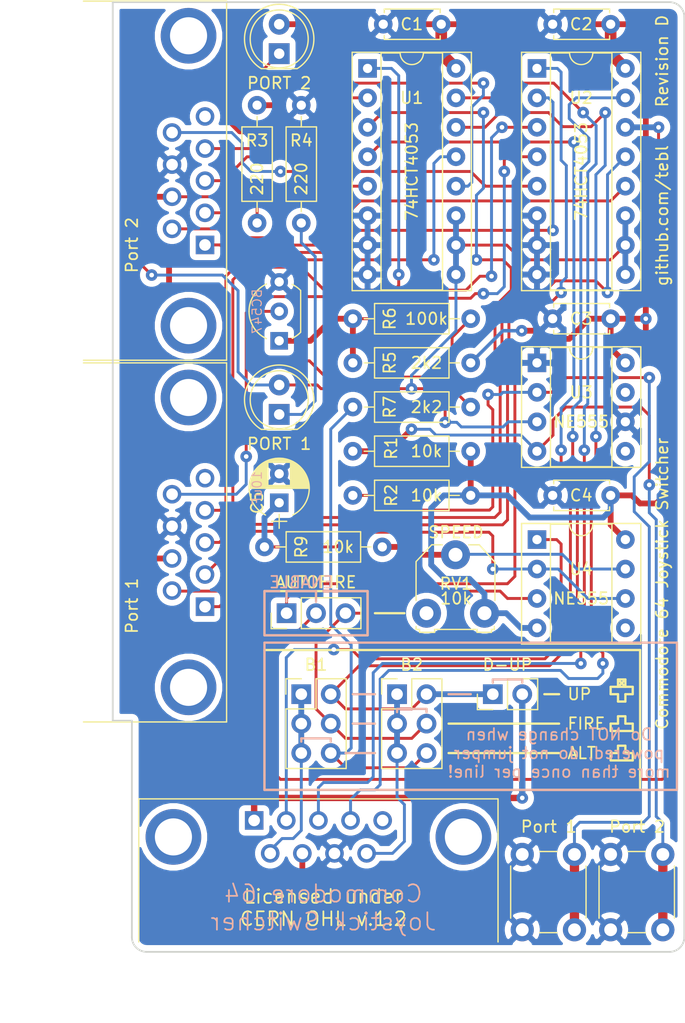
<source format=kicad_pcb>
(kicad_pcb (version 20171130) (host pcbnew 5.1.12-84ad8e8a86~92~ubuntu20.04.1)
  (layers (0 F.Cu signal) (31 B.Cu signal) (34 B.Paste user hide) (35 F.Paste user hide) (36 B.SilkS user) (37 F.SilkS user) (38 B.Mask user) (39 F.Mask user) (44 Edge.Cuts user))
  (net 0 "")
  (net 1 PORT)
  (net 2 "Net-(D1-Pad2)")
  (net 3 "Net-(D2-Pad1)")
  (net 4 VCC)
  (net 5 GND)
  (net 6 DOWN)
  (net 7 LEFT)
  (net 8 RIGHT)
  (net 9 UP)
  (net 10 FIRE)
  (net 11 "Net-(J1-Pad9)")
  (net 12 "Net-(J2-Pad9)")
  (net 13 "Net-(J4-Pad6)")
  (net 14 "Net-(Q1-Pad2)")
  (net 15 ALT_FIRE)
  (net 16 "Net-(R1-Pad1)")
  (net 17 "Net-(R2-Pad1)")
  (net 18 "Net-(J1-Pad1)")
  (net 19 "Net-(J1-Pad2)")
  (net 20 "Net-(J1-Pad3)")
  (net 21 "Net-(J1-Pad4)")
  (net 22 "Net-(J1-Pad6)")
  (net 23 "Net-(J2-Pad1)")
  (net 24 "Net-(J2-Pad2)")
  (net 25 "Net-(J2-Pad3)")
  (net 26 "Net-(J2-Pad4)")
  (net 27 "Net-(J2-Pad6)")
  (net 28 /GP_UP)
  (net 29 /GP_BTN_1)
  (net 30 /GP_BTN_2)
  (net 31 AUTOFIRE)
  (net 32 "Net-(C5-Pad1)")
  (net 33 "Net-(JP2-Pad2)")
  (net 34 "Net-(R9-Pad2)")
  (module RND:DSUB-9_Female_Horizontal_P2.77x2.84mm_EdgePinOffset7.70mm_Housed_MountingHolesOffset9.12mm (layer F.Cu) (at 106 56.5 270)
    (fp_text reference J2 hide)
    (fp_text value "Port 2" (at 0.015 6.305 90) (layer F.SilkS))
    (pad 1 thru_hole rect (at 0 0 270) (size 1.6 1.6) (drill 1) (layers *.Cu *.Mask) (net 23 "Net-(J2-Pad1)"))
    (pad 2 thru_hole circle (at -2.77 0 270) (size 1.6 1.6) (drill 1) (layers *.Cu *.Mask) (net 24 "Net-(J2-Pad2)"))
    (pad 3 thru_hole circle (at -5.54 0 270) (size 1.6 1.6) (drill 1) (layers *.Cu *.Mask) (net 25 "Net-(J2-Pad3)"))
    (pad 4 thru_hole circle (at -8.31 0 270) (size 1.6 1.6) (drill 1) (layers *.Cu *.Mask) (net 26 "Net-(J2-Pad4)"))
    (pad 5 thru_hole circle (at -11.08 0 270) (size 1.6 1.6) (drill 1) (layers *.Cu *.Mask))
    (pad 6 thru_hole circle (at -1.385 2.84 270) (size 1.6 1.6) (drill 1) (layers *.Cu *.Mask) (net 27 "Net-(J2-Pad6)"))
    (pad 7 thru_hole circle (at -4.155 2.84 270) (size 1.6 1.6) (drill 1) (layers *.Cu *.Mask) (net 4 VCC))
    (pad 8 thru_hole circle (at -6.925 2.84 270) (size 1.6 1.6) (drill 1) (layers *.Cu *.Mask) (net 5 GND))
    (pad 9 thru_hole circle (at -9.695 2.84 270) (size 1.6 1.6) (drill 1) (layers *.Cu *.Mask) (net 12 "Net-(J2-Pad9)"))
    (pad 0 thru_hole circle (at -18.04 1.42 270) (size 4.8 4.8) (drill 3.2) (layers *.Cu *.Mask))
    (pad 0 thru_hole circle (at 6.96 1.42 270) (size 4.8 4.8) (drill 3.2) (layers *.Cu *.Mask))
  )
  (module RND:DSUB-9_Female_Horizontal_P2.77x2.84mm_EdgePinOffset7.70mm_Housed_MountingHolesOffset9.12mm (layer F.Cu) (at 106 87.7 270)
    (fp_text reference J1 hide)
    (fp_text value "Port 1" (at -0.07 6.305 90) (layer F.SilkS))
    (pad 1 thru_hole rect (at 0 0 270) (size 1.6 1.6) (drill 1) (layers *.Cu *.Mask) (net 18 "Net-(J1-Pad1)"))
    (pad 2 thru_hole circle (at -2.77 0 270) (size 1.6 1.6) (drill 1) (layers *.Cu *.Mask) (net 19 "Net-(J1-Pad2)"))
    (pad 3 thru_hole circle (at -5.54 0 270) (size 1.6 1.6) (drill 1) (layers *.Cu *.Mask) (net 20 "Net-(J1-Pad3)"))
    (pad 4 thru_hole circle (at -8.31 0 270) (size 1.6 1.6) (drill 1) (layers *.Cu *.Mask) (net 21 "Net-(J1-Pad4)"))
    (pad 5 thru_hole circle (at -11.08 0 270) (size 1.6 1.6) (drill 1) (layers *.Cu *.Mask))
    (pad 6 thru_hole circle (at -1.385 2.84 270) (size 1.6 1.6) (drill 1) (layers *.Cu *.Mask) (net 22 "Net-(J1-Pad6)"))
    (pad 7 thru_hole circle (at -4.155 2.84 270) (size 1.6 1.6) (drill 1) (layers *.Cu *.Mask) (net 4 VCC))
    (pad 8 thru_hole circle (at -6.925 2.84 270) (size 1.6 1.6) (drill 1) (layers *.Cu *.Mask) (net 5 GND))
    (pad 9 thru_hole circle (at -9.695 2.84 270) (size 1.6 1.6) (drill 1) (layers *.Cu *.Mask) (net 11 "Net-(J1-Pad9)"))
    (pad 0 thru_hole circle (at -18.04 1.42 270) (size 4.8 4.8) (drill 3.2) (layers *.Cu *.Mask))
    (pad 0 thru_hole circle (at 6.96 1.42 270) (size 4.8 4.8) (drill 3.2) (layers *.Cu *.Mask))
  )
  (module Resistors_THT:R_Axial_DIN0207_L6.3mm_D2.5mm_P10.16mm_Horizontal (layer F.Cu) (at 118.745 78.105)
    (fp_text reference R2 (at 3.302 0 90) (layer F.SilkS))
    (fp_text value 10k (at 6.35 0) (layer F.SilkS))
    (pad 1 thru_hole circle (at 0 0) (size 1.6 1.6) (drill 0.8) (layers *.Cu *.Mask) (net 17 "Net-(R2-Pad1)"))
    (pad 2 thru_hole oval (at 10.16 0) (size 1.6 1.6) (drill 0.8) (layers *.Cu *.Mask) (net 4 VCC))
  )
  (module LEDs:LED_D5.0mm (layer F.Cu) (at 112.395 40.005 90)
    (fp_text reference D1 hide)
    (fp_text value P2_LED)
    (pad 1 thru_hole rect (at 0 0 90) (size 1.8 1.8) (drill 0.9) (layers *.Cu *.Mask) (net 1 PORT))
    (pad 2 thru_hole circle (at 2.54 0 90) (size 1.8 1.8) (drill 0.9) (layers *.Cu *.Mask) (net 2 "Net-(D1-Pad2)"))
  )
  (module LEDs:LED_D5.0mm (layer F.Cu) (at 112.395 71.12 90)
    (fp_text reference D2 hide)
    (fp_text value P1_LED)
    (pad 1 thru_hole rect (at 0 0 90) (size 1.8 1.8) (drill 0.9) (layers *.Cu *.Mask) (net 3 "Net-(D2-Pad1)"))
    (pad 2 thru_hole circle (at 2.54 0 90) (size 1.8 1.8) (drill 0.9) (layers *.Cu *.Mask) (net 1 PORT))
  )
  (module RND:DSUB-9_Male_Horizontal_P2.77x2.84mm_EdgePinOffset7.70mm_Housed_MountingHolesOffset9.12mm (layer F.Cu) (at 110.236 106.14)
    (fp_text reference J3 hide)
    (fp_text value Joystick)
    (pad 1 thru_hole rect (at 0 0) (size 1.6 1.6) (drill 1) (layers *.Cu *.Mask) (net 28 /GP_UP))
    (pad 2 thru_hole circle (at 2.77 0) (size 1.6 1.6) (drill 1) (layers *.Cu *.Mask) (net 6 DOWN))
    (pad 3 thru_hole circle (at 5.54 0) (size 1.6 1.6) (drill 1) (layers *.Cu *.Mask) (net 7 LEFT))
    (pad 4 thru_hole circle (at 8.31 0) (size 1.6 1.6) (drill 1) (layers *.Cu *.Mask) (net 8 RIGHT))
    (pad 5 thru_hole circle (at 11.08 0) (size 1.6 1.6) (drill 1) (layers *.Cu *.Mask))
    (pad 6 thru_hole circle (at 1.385 2.84) (size 1.6 1.6) (drill 1) (layers *.Cu *.Mask) (net 29 /GP_BTN_1))
    (pad 7 thru_hole circle (at 4.155 2.84) (size 1.6 1.6) (drill 1) (layers *.Cu *.Mask) (net 4 VCC))
    (pad 8 thru_hole circle (at 6.925 2.84) (size 1.6 1.6) (drill 1) (layers *.Cu *.Mask) (net 5 GND))
    (pad 9 thru_hole circle (at 9.695 2.84) (size 1.6 1.6) (drill 1) (layers *.Cu *.Mask) (net 30 /GP_BTN_2))
    (pad 0 thru_hole circle (at -6.96 1.42) (size 4.8 4.8) (drill 3.2) (layers *.Cu *.Mask))
    (pad 0 thru_hole circle (at 18.04 1.42) (size 4.8 4.8) (drill 3.2) (layers *.Cu *.Mask))
  )
  (module Pin_Headers:Pin_Header_Straight_1x02_Pitch2.54mm (layer F.Cu) (at 130.81 95.25 90)
    (fp_text reference JP1 hide)
    (fp_text value UP)
    (pad 1 thru_hole rect (at 0 0 90) (size 1.7 1.7) (drill 1) (layers *.Cu *.Mask) (net 9 UP))
    (pad 2 thru_hole oval (at 0 2.54 90) (size 1.7 1.7) (drill 1) (layers *.Cu *.Mask) (net 28 /GP_UP))
  )
  (module Resistors_THT:R_Axial_DIN0207_L6.3mm_D2.5mm_P10.16mm_Horizontal (layer F.Cu) (at 118.745 74.295)
    (fp_text reference R1 (at 3.302 -0.254 90) (layer F.SilkS))
    (fp_text value 10k (at 6.35 0) (layer F.SilkS))
    (pad 1 thru_hole circle (at 0 0) (size 1.6 1.6) (drill 0.8) (layers *.Cu *.Mask) (net 16 "Net-(R1-Pad1)"))
    (pad 2 thru_hole oval (at 10.16 0) (size 1.6 1.6) (drill 0.8) (layers *.Cu *.Mask) (net 4 VCC))
  )
  (module Resistors_THT:R_Axial_DIN0207_L6.3mm_D2.5mm_P10.16mm_Horizontal (layer F.Cu) (at 110.49 44.45 270)
    (fp_text reference R3 (at 3.048 0) (layer F.SilkS))
    (fp_text value 220 (at 6.35 0 270) (layer F.SilkS))
    (pad 1 thru_hole circle (at 0 0 270) (size 1.6 1.6) (drill 0.8) (layers *.Cu *.Mask) (net 2 "Net-(D1-Pad2)"))
    (pad 2 thru_hole oval (at 10.16 0 270) (size 1.6 1.6) (drill 0.8) (layers *.Cu *.Mask) (net 4 VCC))
  )
  (module Resistors_THT:R_Axial_DIN0207_L6.3mm_D2.5mm_P10.16mm_Horizontal (layer F.Cu) (at 114.3 44.45 270)
    (fp_text reference R4 (at 3.048 0) (layer F.SilkS))
    (fp_text value 220 (at 6.35 0 270) (layer F.SilkS))
    (pad 1 thru_hole circle (at 0 0 270) (size 1.6 1.6) (drill 0.8) (layers *.Cu *.Mask) (net 5 GND))
    (pad 2 thru_hole oval (at 10.16 0 270) (size 1.6 1.6) (drill 0.8) (layers *.Cu *.Mask) (net 3 "Net-(D2-Pad1)"))
  )
  (module Buttons_Switches_THT:SW_PUSH_6mm (layer F.Cu) (at 133.35 115.57 90)
    (fp_text reference SW1 hide)
    (fp_text value P1_SEL)
    (pad 2 thru_hole circle (at 0 4.5 180) (size 2 2) (drill 1.1) (layers *.Cu *.Mask) (net 17 "Net-(R2-Pad1)"))
    (pad 1 thru_hole circle (at 0 0 180) (size 2 2) (drill 1.1) (layers *.Cu *.Mask) (net 5 GND))
    (pad 2 thru_hole circle (at 6.5 4.5 180) (size 2 2) (drill 1.1) (layers *.Cu *.Mask) (net 17 "Net-(R2-Pad1)"))
    (pad 1 thru_hole circle (at 6.5 0 180) (size 2 2) (drill 1.1) (layers *.Cu *.Mask) (net 5 GND))
  )
  (module Buttons_Switches_THT:SW_PUSH_6mm (layer F.Cu) (at 140.97 115.57 90)
    (fp_text reference SW2 hide)
    (fp_text value P2_SEL)
    (pad 2 thru_hole circle (at 0 4.5 180) (size 2 2) (drill 1.1) (layers *.Cu *.Mask) (net 16 "Net-(R1-Pad1)"))
    (pad 1 thru_hole circle (at 0 0 180) (size 2 2) (drill 1.1) (layers *.Cu *.Mask) (net 5 GND))
    (pad 2 thru_hole circle (at 6.5 4.5 180) (size 2 2) (drill 1.1) (layers *.Cu *.Mask) (net 16 "Net-(R1-Pad1)"))
    (pad 1 thru_hole circle (at 6.5 0 180) (size 2 2) (drill 1.1) (layers *.Cu *.Mask) (net 5 GND))
  )
  (module Housings_DIP:DIP-16_W7.62mm_Socket (layer F.Cu) (at 120.015 41.275)
    (fp_text reference U1 (at 3.81 2.54) (layer F.SilkS))
    (fp_text value 74HCT4053 (at 3.81 8.89 90) (layer F.SilkS))
    (pad 1 thru_hole rect (at 0 0) (size 1.6 1.6) (drill 0.8) (layers *.Cu *.Mask) (net 20 "Net-(J1-Pad3)"))
    (pad 9 thru_hole oval (at 7.62 17.78) (size 1.6 1.6) (drill 0.8) (layers *.Cu *.Mask) (net 1 PORT))
    (pad 2 thru_hole oval (at 0 2.54) (size 1.6 1.6) (drill 0.8) (layers *.Cu *.Mask) (net 25 "Net-(J2-Pad3)"))
    (pad 10 thru_hole oval (at 7.62 15.24) (size 1.6 1.6) (drill 0.8) (layers *.Cu *.Mask) (net 1 PORT))
    (pad 3 thru_hole oval (at 0 5.08) (size 1.6 1.6) (drill 0.8) (layers *.Cu *.Mask) (net 19 "Net-(J1-Pad2)"))
    (pad 11 thru_hole oval (at 7.62 12.7) (size 1.6 1.6) (drill 0.8) (layers *.Cu *.Mask) (net 1 PORT))
    (pad 4 thru_hole oval (at 0 7.62) (size 1.6 1.6) (drill 0.8) (layers *.Cu *.Mask) (net 6 DOWN))
    (pad 12 thru_hole oval (at 7.62 10.16) (size 1.6 1.6) (drill 0.8) (layers *.Cu *.Mask) (net 26 "Net-(J2-Pad4)"))
    (pad 5 thru_hole oval (at 0 10.16) (size 1.6 1.6) (drill 0.8) (layers *.Cu *.Mask) (net 24 "Net-(J2-Pad2)"))
    (pad 13 thru_hole oval (at 7.62 7.62) (size 1.6 1.6) (drill 0.8) (layers *.Cu *.Mask) (net 21 "Net-(J1-Pad4)"))
    (pad 6 thru_hole oval (at 0 12.7) (size 1.6 1.6) (drill 0.8) (layers *.Cu *.Mask) (net 5 GND))
    (pad 14 thru_hole oval (at 7.62 5.08) (size 1.6 1.6) (drill 0.8) (layers *.Cu *.Mask) (net 8 RIGHT))
    (pad 7 thru_hole oval (at 0 15.24) (size 1.6 1.6) (drill 0.8) (layers *.Cu *.Mask) (net 5 GND))
    (pad 15 thru_hole oval (at 7.62 2.54) (size 1.6 1.6) (drill 0.8) (layers *.Cu *.Mask) (net 7 LEFT))
    (pad 8 thru_hole oval (at 0 17.78) (size 1.6 1.6) (drill 0.8) (layers *.Cu *.Mask) (net 5 GND))
    (pad 16 thru_hole oval (at 7.62 0) (size 1.6 1.6) (drill 0.8) (layers *.Cu *.Mask) (net 4 VCC))
  )
  (module Housings_DIP:DIP-16_W7.62mm_Socket (layer F.Cu) (at 134.62 41.275)
    (fp_text reference U2 (at 3.81 2.54) (layer F.SilkS))
    (fp_text value 74HCT4053 (at 3.81 8.89 90) (layer F.SilkS))
    (pad 1 thru_hole rect (at 0 0) (size 1.6 1.6) (drill 0.8) (layers *.Cu *.Mask) (net 18 "Net-(J1-Pad1)"))
    (pad 9 thru_hole oval (at 7.62 17.78) (size 1.6 1.6) (drill 0.8) (layers *.Cu *.Mask) (net 1 PORT))
    (pad 2 thru_hole oval (at 0 2.54) (size 1.6 1.6) (drill 0.8) (layers *.Cu *.Mask) (net 23 "Net-(J2-Pad1)"))
    (pad 10 thru_hole oval (at 7.62 15.24) (size 1.6 1.6) (drill 0.8) (layers *.Cu *.Mask) (net 1 PORT))
    (pad 3 thru_hole oval (at 0 5.08) (size 1.6 1.6) (drill 0.8) (layers *.Cu *.Mask) (net 11 "Net-(J1-Pad9)"))
    (pad 11 thru_hole oval (at 7.62 12.7) (size 1.6 1.6) (drill 0.8) (layers *.Cu *.Mask) (net 1 PORT))
    (pad 4 thru_hole oval (at 0 7.62) (size 1.6 1.6) (drill 0.8) (layers *.Cu *.Mask) (net 15 ALT_FIRE))
    (pad 12 thru_hole oval (at 7.62 10.16) (size 1.6 1.6) (drill 0.8) (layers *.Cu *.Mask) (net 27 "Net-(J2-Pad6)"))
    (pad 5 thru_hole oval (at 0 10.16) (size 1.6 1.6) (drill 0.8) (layers *.Cu *.Mask) (net 12 "Net-(J2-Pad9)"))
    (pad 13 thru_hole oval (at 7.62 7.62) (size 1.6 1.6) (drill 0.8) (layers *.Cu *.Mask) (net 22 "Net-(J1-Pad6)"))
    (pad 6 thru_hole oval (at 0 12.7) (size 1.6 1.6) (drill 0.8) (layers *.Cu *.Mask) (net 5 GND))
    (pad 14 thru_hole oval (at 7.62 5.08) (size 1.6 1.6) (drill 0.8) (layers *.Cu *.Mask) (net 33 "Net-(JP2-Pad2)"))
    (pad 7 thru_hole oval (at 0 15.24) (size 1.6 1.6) (drill 0.8) (layers *.Cu *.Mask) (net 5 GND))
    (pad 15 thru_hole oval (at 7.62 2.54) (size 1.6 1.6) (drill 0.8) (layers *.Cu *.Mask) (net 9 UP))
    (pad 8 thru_hole oval (at 0 17.78) (size 1.6 1.6) (drill 0.8) (layers *.Cu *.Mask) (net 5 GND))
    (pad 16 thru_hole oval (at 7.62 0) (size 1.6 1.6) (drill 0.8) (layers *.Cu *.Mask) (net 4 VCC))
  )
  (module Housings_DIP:DIP-8_W7.62mm_Socket (layer F.Cu) (at 134.62 66.675)
    (fp_text reference U3 (at 3.81 2.54) (layer F.SilkS))
    (fp_text value NE555 (at 3.81 5.08) (layer F.SilkS))
    (pad 1 thru_hole rect (at 0 0) (size 1.6 1.6) (drill 0.8) (layers *.Cu *.Mask) (net 5 GND))
    (pad 5 thru_hole oval (at 7.62 7.62) (size 1.6 1.6) (drill 0.8) (layers *.Cu *.Mask))
    (pad 2 thru_hole oval (at 0 2.54) (size 1.6 1.6) (drill 0.8) (layers *.Cu *.Mask) (net 17 "Net-(R2-Pad1)"))
    (pad 6 thru_hole oval (at 7.62 5.08 45) (size 1.6 1.6) (drill 0.8) (layers *.Cu *.Mask) (net 5 GND))
    (pad 3 thru_hole oval (at 0 5.08) (size 1.6 1.6) (drill 0.8) (layers *.Cu *.Mask) (net 1 PORT))
    (pad 7 thru_hole oval (at 7.62 2.54) (size 1.6 1.6) (drill 0.8) (layers *.Cu *.Mask))
    (pad 4 thru_hole oval (at 0 7.62) (size 1.6 1.6) (drill 0.8) (layers *.Cu *.Mask) (net 16 "Net-(R1-Pad1)"))
    (pad 8 thru_hole oval (at 7.62 0) (size 1.6 1.6) (drill 0.8) (layers *.Cu *.Mask) (net 4 VCC))
  )
  (module Capacitors_THT:C_Disc_D4.7mm_W2.5mm_P5.00mm (layer F.Cu) (at 126.365 37.465 180)
    (fp_text reference C1 (at 2.54 0 180) (layer F.SilkS))
    (fp_text value 100nF)
    (pad 1 thru_hole circle (at 0 0 180) (size 1.6 1.6) (drill 0.8) (layers *.Cu *.Mask) (net 4 VCC))
    (pad 2 thru_hole circle (at 5 0 180) (size 1.6 1.6) (drill 0.8) (layers *.Cu *.Mask) (net 5 GND))
  )
  (module Capacitors_THT:C_Disc_D4.7mm_W2.5mm_P5.00mm (layer F.Cu) (at 140.97 37.465 180)
    (fp_text reference C2 (at 2.54 0 180) (layer F.SilkS))
    (fp_text value 100nF)
    (pad 1 thru_hole circle (at 0 0 180) (size 1.6 1.6) (drill 0.8) (layers *.Cu *.Mask) (net 4 VCC))
    (pad 2 thru_hole circle (at 5 0 180) (size 1.6 1.6) (drill 0.8) (layers *.Cu *.Mask) (net 5 GND))
  )
  (module Capacitors_THT:C_Disc_D4.7mm_W2.5mm_P5.00mm (layer F.Cu) (at 140.97 62.865 180)
    (fp_text reference C3 (at 2.54 0 180) (layer F.SilkS))
    (fp_text value 100nF)
    (pad 1 thru_hole circle (at 0 0 180) (size 1.6 1.6) (drill 0.8) (layers *.Cu *.Mask) (net 4 VCC))
    (pad 2 thru_hole circle (at 5 0 180) (size 1.6 1.6) (drill 0.8) (layers *.Cu *.Mask) (net 5 GND))
  )
  (module TO_SOT_Packages_THT:TO-92_Inline_Wide (layer F.Cu) (at 112.395 64.77 90)
    (fp_text reference Q1)
    (fp_text value BC547 (at 2.54 -1.905 90) (layer B.SilkS) (effects (font (size 0.8 0.8) (thickness 0.1)) (justify mirror)))
    (pad 2 thru_hole circle (at 2.54 0 180) (size 1.52 1.52) (drill 0.8) (layers *.Cu *.Mask) (net 14 "Net-(Q1-Pad2)"))
    (pad 3 thru_hole circle (at 5.08 0 180) (size 1.52 1.52) (drill 0.8) (layers *.Cu *.Mask) (net 5 GND))
    (pad 1 thru_hole rect (at 0 0 180) (size 1.52 1.52) (drill 0.8) (layers *.Cu *.Mask) (net 15 ALT_FIRE))
  )
  (module Resistors_THT:R_Axial_DIN0207_L6.3mm_D2.5mm_P10.16mm_Horizontal (layer F.Cu) (at 118.745 66.675)
    (fp_text reference R5 (at 3.175 0 90) (layer F.SilkS))
    (fp_text value 2k2 (at 6.35 0) (layer F.SilkS))
    (pad 1 thru_hole circle (at 0 0) (size 1.6 1.6) (drill 0.8) (layers *.Cu *.Mask) (net 15 ALT_FIRE))
    (pad 2 thru_hole oval (at 10.16 0) (size 1.6 1.6) (drill 0.8) (layers *.Cu *.Mask) (net 4 VCC))
  )
  (module Resistors_THT:R_Axial_DIN0207_L6.3mm_D2.5mm_P10.16mm_Horizontal (layer F.Cu) (at 118.745 62.865)
    (fp_text reference R6 (at 3.175 0 90) (layer F.SilkS))
    (fp_text value 100k (at 6.35 0) (layer F.SilkS))
    (pad 1 thru_hole circle (at 0 0) (size 1.6 1.6) (drill 0.8) (layers *.Cu *.Mask) (net 15 ALT_FIRE))
    (pad 2 thru_hole oval (at 10.16 0) (size 1.6 1.6) (drill 0.8) (layers *.Cu *.Mask) (net 14 "Net-(Q1-Pad2)"))
  )
  (module Resistors_THT:R_Axial_DIN0207_L6.3mm_D2.5mm_P10.16mm_Horizontal (layer F.Cu) (at 118.745 70.485)
    (fp_text reference R7 (at 3.175 0 90) (layer F.SilkS))
    (fp_text value 2k2 (at 6.35 0) (layer F.SilkS))
    (pad 1 thru_hole circle (at 0 0) (size 1.6 1.6) (drill 0.8) (layers *.Cu *.Mask) (net 13 "Net-(J4-Pad6)"))
    (pad 2 thru_hole oval (at 10.16 0) (size 1.6 1.6) (drill 0.8) (layers *.Cu *.Mask) (net 14 "Net-(Q1-Pad2)"))
  )
  (module Pin_Headers:Pin_Header_Straight_2x03_Pitch2.54mm (layer F.Cu) (at 122.555 95.25)
    (fp_text reference J4)
    (fp_text value B2_SEL)
    (pad 1 thru_hole rect (at 0 0) (size 1.7 1.7) (drill 1) (layers *.Cu *.Mask) (net 30 /GP_BTN_2))
    (pad 2 thru_hole oval (at 2.54 0) (size 1.7 1.7) (drill 1) (layers *.Cu *.Mask) (net 9 UP))
    (pad 3 thru_hole oval (at 0 2.54) (size 1.7 1.7) (drill 1) (layers *.Cu *.Mask) (net 30 /GP_BTN_2))
    (pad 4 thru_hole oval (at 2.54 2.54) (size 1.7 1.7) (drill 1) (layers *.Cu *.Mask) (net 10 FIRE))
    (pad 5 thru_hole oval (at 0 5.08) (size 1.7 1.7) (drill 1) (layers *.Cu *.Mask) (net 30 /GP_BTN_2))
    (pad 6 thru_hole oval (at 2.54 5.08) (size 1.7 1.7) (drill 1) (layers *.Cu *.Mask) (net 13 "Net-(J4-Pad6)"))
  )
  (module Pin_Headers:Pin_Header_Straight_2x03_Pitch2.54mm (layer F.Cu) (at 114.3 95.25)
    (fp_text reference J5)
    (fp_text value B1_SEL)
    (pad 1 thru_hole rect (at 0 0) (size 1.7 1.7) (drill 1) (layers *.Cu *.Mask) (net 29 /GP_BTN_1))
    (pad 2 thru_hole oval (at 2.54 0) (size 1.7 1.7) (drill 1) (layers *.Cu *.Mask) (net 9 UP))
    (pad 3 thru_hole oval (at 0 2.54) (size 1.7 1.7) (drill 1) (layers *.Cu *.Mask) (net 29 /GP_BTN_1))
    (pad 4 thru_hole oval (at 2.54 2.54) (size 1.7 1.7) (drill 1) (layers *.Cu *.Mask) (net 10 FIRE))
    (pad 5 thru_hole oval (at 0 5.08) (size 1.7 1.7) (drill 1) (layers *.Cu *.Mask) (net 29 /GP_BTN_1))
    (pad 6 thru_hole oval (at 2.54 5.08) (size 1.7 1.7) (drill 1) (layers *.Cu *.Mask) (net 13 "Net-(J4-Pad6)"))
  )
  (module Resistors_THT:R_Axial_DIN0207_L6.3mm_D2.5mm_P10.16mm_Horizontal (layer F.Cu) (at 111.125 82.55)
    (fp_text reference R9 (at 3.175 0 90) (layer F.SilkS))
    (fp_text value 10k (at 6.35 0) (layer F.SilkS))
    (pad 1 thru_hole circle (at 0 0) (size 1.6 1.6) (drill 0.8) (layers *.Cu *.Mask) (net 32 "Net-(C5-Pad1)"))
    (pad 2 thru_hole oval (at 10.16 0) (size 1.6 1.6) (drill 0.8) (layers *.Cu *.Mask) (net 34 "Net-(R9-Pad2)"))
  )
  (module Potentiometers:Potentiometer_Triwood_RM-065 (layer F.Cu) (at 125.095 88.265)
    (fp_text reference RV1 (at 2.54 -2.54 180) (layer F.SilkS))
    (fp_text value 10k)
    (pad 2 thru_hole circle (at 2.5 -5.04) (size 2.5 2.5) (drill 1.2) (layers *.Cu *.Mask) (net 34 "Net-(R9-Pad2)"))
    (pad 3 thru_hole circle (at 5 0) (size 2.5 2.5) (drill 1.2) (layers *.Cu *.Mask) (net 4 VCC))
    (pad 1 thru_hole circle (at 0 0) (size 2.5 2.5) (drill 1.2) (layers *.Cu *.Mask))
  )
  (module Housings_DIP:DIP-8_W7.62mm_Socket (layer F.Cu) (at 134.62 81.915)
    (fp_text reference U4 (at 3.81 2.54) (layer F.SilkS))
    (fp_text value NE555 (at 3.81 5.08) (layer F.SilkS))
    (pad 1 thru_hole rect (at 0 0) (size 1.6 1.6) (drill 0.8) (layers *.Cu *.Mask) (net 10 FIRE))
    (pad 5 thru_hole oval (at 7.62 7.62) (size 1.6 1.6) (drill 0.8) (layers *.Cu *.Mask))
    (pad 2 thru_hole oval (at 0 2.54) (size 1.6 1.6) (drill 0.8) (layers *.Cu *.Mask) (net 32 "Net-(C5-Pad1)"))
    (pad 6 thru_hole oval (at 7.62 5.08) (size 1.6 1.6) (drill 0.8) (layers *.Cu *.Mask) (net 32 "Net-(C5-Pad1)"))
    (pad 3 thru_hole oval (at 0 5.08) (size 1.6 1.6) (drill 0.8) (layers *.Cu *.Mask) (net 31 AUTOFIRE))
    (pad 7 thru_hole oval (at 7.62 2.54) (size 1.6 1.6) (drill 0.8) (layers *.Cu *.Mask) (net 34 "Net-(R9-Pad2)"))
    (pad 4 thru_hole oval (at 0 7.62) (size 1.6 1.6) (drill 0.8) (layers *.Cu *.Mask) (net 4 VCC))
    (pad 8 thru_hole oval (at 7.62 0) (size 1.6 1.6) (drill 0.8) (layers *.Cu *.Mask) (net 4 VCC))
  )
  (module Capacitors_THT:C_Disc_D4.7mm_W2.5mm_P5.00mm (layer F.Cu) (at 140.97 78.105 180)
    (fp_text reference C4 (at 2.54 0 180) (layer F.SilkS))
    (fp_text value 100nF)
    (pad 1 thru_hole circle (at 0 0 180) (size 1.6 1.6) (drill 0.8) (layers *.Cu *.Mask) (net 4 VCC))
    (pad 2 thru_hole circle (at 5 0 180) (size 1.6 1.6) (drill 0.8) (layers *.Cu *.Mask) (net 5 GND))
  )
  (module Capacitors_THT:CP_Radial_D5.0mm_P2.50mm (layer F.Cu) (at 112.395 78.74 90)
    (fp_text reference C5 (at 0 -1.905 90) (layer F.SilkS))
    (fp_text value 10uF (at 1.27 -1.905 90) (layer B.SilkS) (effects (font (size 0.8 0.8) (thickness 0.1)) (justify mirror)))
    (pad 1 thru_hole rect (at 0 0 90) (size 1.6 1.6) (drill 0.8) (layers *.Cu *.Mask) (net 32 "Net-(C5-Pad1)"))
    (pad 2 thru_hole circle (at 2.5 0 90) (size 1.6 1.6) (drill 0.8) (layers *.Cu *.Mask) (net 5 GND))
  )
  (module Pin_Headers:Pin_Header_Straight_1x03_Pitch2.54mm (layer F.Cu) (at 113.03 88.265 90)
    (fp_text reference JP2)
    (fp_text value AUTOFIRE (at 2.667 2.54 180) (layer F.SilkS))
    (pad 1 thru_hole rect (at 0 0 90) (size 1.7 1.7) (drill 1) (layers *.Cu *.Mask) (net 31 AUTOFIRE))
    (pad 2 thru_hole oval (at 0 2.54 90) (size 1.7 1.7) (drill 1) (layers *.Cu *.Mask) (net 33 "Net-(JP2-Pad2)"))
    (pad 3 thru_hole oval (at 0 5.08 90) (size 1.7 1.7) (drill 1) (layers *.Cu *.Mask) (net 10 FIRE))
  )
  (gr_text 10k (at 127.635 86.995) (layer F.SilkS) (effects (font (size 1 1))))
  (gr_line (start 99.695 116.205) (end 99.695 97.536) (angle 90) (layer Edge.Cuts) (width 0.15))
  (gr_arc (start 100.965 116.205) (end 100.965 117.475) (angle 90) (layer Edge.Cuts) (width 0.15))
  (gr_arc (start 146.05 116.205) (end 147.32 116.205) (angle 90) (layer Edge.Cuts) (width 0.15))
  (gr_arc (start 146.05 36.83) (end 146.05 35.56) (angle 90) (layer Edge.Cuts) (width 0.15))
  (gr_line (start 120.65 88.265) (end 123.19 88.265) (angle 90) (layer F.SilkS) (width 0.2))
  (gr_text SPEED (at 127.635 81.28) (layer F.SilkS) (effects (font (size 1 1))))
  (gr_line (start 130.81 93.98) (end 130.81 94.26) (angle 90) (layer B.SilkS) (width 0.2))
  (gr_line (start 133.35 93.98) (end 130.81 93.98) (angle 90) (layer B.SilkS) (width 0.2))
  (gr_line (start 133.35 94.26) (end 133.35 93.98) (angle 90) (layer B.SilkS) (width 0.2))
  (gr_line (start 125.095 96.52) (end 125.095 96.8) (angle 90) (layer B.SilkS) (width 0.2))
  (gr_line (start 122.555 96.52) (end 125.095 96.52) (angle 90) (layer B.SilkS) (width 0.2))
  (gr_line (start 122.555 96.8) (end 122.555 96.52) (angle 90) (layer B.SilkS) (width 0.2))
  (gr_line (start 116.84 99.06) (end 116.84 99.34) (angle 90) (layer B.SilkS) (width 0.2))
  (gr_line (start 114.3 99.06) (end 116.84 99.06) (angle 90) (layer B.SilkS) (width 0.2))
  (gr_line (start 114.3 99.34) (end 114.3 99.06) (angle 90) (layer B.SilkS) (width 0.2))
  (gr_text ENABLE (at 114.3 85.598) (layer B.SilkS) (effects (font (size 1 1)) (justify mirror)))
  (gr_line (start 143.51 103.505) (end 143.51 102.235) (angle 90) (layer F.SilkS) (width 0.2))
  (gr_line (start 111.125 103.505) (end 143.51 103.505) (angle 90) (layer F.SilkS) (width 0.2))
  (gr_line (start 143.51 91.44) (end 143.51 102.235) (angle 90) (layer F.SilkS) (width 0.2))
  (gr_line (start 111.125 102.235) (end 111.125 103.505) (angle 90) (layer F.SilkS) (width 0.2))
  (gr_line (start 111.125 91.44) (end 111.125 102.235) (angle 90) (layer F.SilkS) (width 0.2))
  (gr_line (start 111.76 91.44) (end 111.125 91.44) (angle 90) (layer F.SilkS) (width 0.2))
  (gr_line (start 120.015 90.17) (end 111.125 90.17) (angle 90) (layer F.SilkS) (width 0.2))
  (gr_line (start 120.015 86.36) (end 120.015 90.17) (angle 90) (layer F.SilkS) (width 0.2))
  (gr_line (start 111.125 86.36) (end 120.015 86.36) (angle 90) (layer F.SilkS) (width 0.2))
  (gr_line (start 111.125 90.17) (end 111.125 86.36) (angle 90) (layer F.SilkS) (width 0.2))
  (gr_line (start 120.015 86.36) (end 120.015 90.17) (angle 90) (layer B.SilkS) (width 0.2))
  (gr_line (start 116.205 86.36) (end 120.015 86.36) (angle 90) (layer B.SilkS) (width 0.2))
  (gr_line (start 111.125 86.36) (end 112.395 86.36) (angle 90) (layer B.SilkS) (width 0.2))
  (gr_line (start 115.57 86.36) (end 115.57 87.275) (angle 90) (layer B.SilkS) (width 0.2))
  (gr_line (start 113.03 86.36) (end 115.57 86.36) (angle 90) (layer B.SilkS) (width 0.2))
  (gr_line (start 113.03 87.275) (end 113.03 86.36) (angle 90) (layer B.SilkS) (width 0.2))
  (gr_line (start 111.125 90.17) (end 111.125 86.36) (angle 90) (layer B.SilkS) (width 0.2))
  (gr_line (start 120.015 90.17) (end 111.125 90.17) (angle 90) (layer B.SilkS) (width 0.2))
  (gr_line (start 143.51 91.44) (end 111.76 91.44) (angle 90) (layer F.SilkS) (width 0.2))
  (gr_text "Commodore 64 Joystick Switcher" (at 145.415 85.725 90) (layer F.SilkS) (effects (font (size 1 1))))
  (gr_text "PORT 2" (at 112.395 42.545) (layer F.SilkS) (effects (font (size 1 1))))
  (gr_text "PORT 1" (at 112.395 73.66) (layer F.SilkS) (effects (font (size 1 1))))
  (gr_line (start 118.11 100.33) (end 120.65 100.33) (angle 90) (layer B.SilkS) (width 0.2))
  (gr_line (start 118.745 97.79) (end 120.65 97.79) (angle 90) (layer B.SilkS) (width 0.2))
  (gr_line (start 118.745 95.25) (end 120.65 95.25) (angle 90) (layer B.SilkS) (width 0.2))
  (gr_line (start 127 95.25) (end 128.905 95.25) (angle 90) (layer B.SilkS) (width 0.2))
  (gr_text github.com/tebl (at 145.415 53.975 90) (layer F.SilkS) (effects (font (size 1 1))))
  (gr_text "Revision D" (at 145.415 40.64 90) (layer F.SilkS) (effects (font (size 1 1))))
  (gr_line (start 111.125 103.505) (end 146.685 103.505) (angle 90) (layer B.SilkS) (width 0.2))
  (gr_line (start 111.125 90.805) (end 111.125 103.505) (angle 90) (layer B.SilkS) (width 0.2))
  (gr_line (start 146.685 90.805) (end 111.125 90.805) (angle 90) (layer B.SilkS) (width 0.2))
  (gr_line (start 146.685 103.505) (end 146.685 90.805) (angle 90) (layer B.SilkS) (width 0.2))
  (gr_line (start 136.525 97.79) (end 127 97.79) (angle 90) (layer F.SilkS) (width 0.2))
  (gr_line (start 135.89 100.33) (end 127 100.33) (angle 90) (layer F.SilkS) (width 0.2))
  (gr_line (start 136.525 95.25) (end 135.255 95.25) (angle 90) (layer F.SilkS) (width 0.2))
  (gr_line (start 127 95.25) (end 128.905 95.25) (angle 90) (layer F.SilkS) (width 0.2))
  (gr_line (start 118.745 100.33) (end 120.65 100.33) (angle 90) (layer F.SilkS) (width 0.2))
  (gr_line (start 118.745 97.79) (end 120.65 97.79) (angle 90) (layer F.SilkS) (width 0.2))
  (gr_line (start 118.745 95.25) (end 120.65 95.25) (angle 90) (layer F.SilkS) (width 0.2))
  (gr_line (start 135.89 100.33) (end 136.525 100.33) (angle 90) (layer F.SilkS) (width 0.2))
  (gr_text "Port 2" (at 143.256 106.68) (layer F.SilkS) (effects (font (size 1 1))))
  (gr_line (start 147.32 116.205) (end 147.32 36.83) (angle 90) (layer Edge.Cuts) (width 0.15))
  (gr_text D-UP (at 132.08 92.71) (layer F.SilkS) (effects (font (size 1 1))))
  (gr_text B2 (at 123.825 92.71) (layer F.SilkS) (effects (font (size 1 1))))
  (gr_text B1 (at 115.57 92.71) (layer F.SilkS) (effects (font (size 1 1))))
  (gr_text ALT (at 137.16 100.33) (layer F.SilkS) (effects (font (size 1 1)) (justify left)))
  (gr_text UP (at 137.16 95.25) (layer F.SilkS) (effects (font (size 1 1)) (justify left)))
  (gr_text FIRE (at 137.16 97.79) (layer F.SilkS) (effects (font (size 1 1)) (justify left)))
  (gr_text "Do NOT change when\npowered, do not jumper\nmore than once per line!" (at 136.525 100.33) (layer B.SilkS) (effects (font (size 1 1)) (justify mirror)))
  (gr_line (start 142.875 100.965) (end 142.875 100.33) (angle 90) (layer F.SilkS) (width 0.2))
  (gr_line (start 140.97 100.965) (end 142.875 100.965) (angle 90) (layer F.SilkS) (width 0.2))
  (gr_line (start 140.97 100.33) (end 140.97 100.965) (angle 90) (layer F.SilkS) (width 0.2))
  (gr_line (start 142.875 98.425) (end 142.875 97.79) (angle 90) (layer F.SilkS) (width 0.2))
  (gr_line (start 140.97 98.425) (end 142.875 98.425) (angle 90) (layer F.SilkS) (width 0.2))
  (gr_line (start 140.97 97.79) (end 140.97 98.425) (angle 90) (layer F.SilkS) (width 0.2))
  (gr_line (start 141.605 94.615) (end 142.24 94.615) (angle 90) (layer F.SilkS) (width 0.2))
  (gr_line (start 142.24 93.98) (end 141.605 94.615) (angle 90) (layer F.SilkS) (width 0.2))
  (gr_line (start 142.24 94.615) (end 141.605 93.98) (angle 90) (layer F.SilkS) (width 0.2))
  (gr_line (start 142.875 95.25) (end 142.24 95.25) (angle 90) (layer F.SilkS) (width 0.2))
  (gr_line (start 142.875 94.615) (end 142.875 95.25) (angle 90) (layer F.SilkS) (width 0.2))
  (gr_line (start 142.24 94.615) (end 142.875 94.615) (angle 90) (layer F.SilkS) (width 0.2))
  (gr_line (start 142.24 93.98) (end 142.24 94.615) (angle 90) (layer F.SilkS) (width 0.2))
  (gr_line (start 141.605 93.98) (end 142.24 93.98) (angle 90) (layer F.SilkS) (width 0.2))
  (gr_line (start 141.605 94.615) (end 141.605 93.98) (angle 90) (layer F.SilkS) (width 0.2))
  (gr_line (start 140.97 94.615) (end 141.605 94.615) (angle 90) (layer F.SilkS) (width 0.2))
  (gr_line (start 140.97 95.25) (end 140.97 94.615) (angle 90) (layer F.SilkS) (width 0.2))
  (gr_line (start 141.605 95.25) (end 140.97 95.25) (angle 90) (layer F.SilkS) (width 0.2))
  (gr_line (start 142.24 95.885) (end 142.24 95.25) (angle 90) (layer F.SilkS) (width 0.2))
  (gr_line (start 141.605 95.885) (end 142.24 95.885) (angle 90) (layer F.SilkS) (width 0.2))
  (gr_line (start 141.605 95.25) (end 141.605 95.885) (angle 90) (layer F.SilkS) (width 0.2))
  (gr_line (start 141.605 100.33) (end 140.97 100.33) (angle 90) (layer F.SilkS) (width 0.2))
  (gr_line (start 141.605 99.695) (end 141.605 100.33) (angle 90) (layer F.SilkS) (width 0.2))
  (gr_line (start 142.24 99.695) (end 141.605 99.695) (angle 90) (layer F.SilkS) (width 0.2))
  (gr_line (start 142.24 100.33) (end 142.24 99.695) (angle 90) (layer F.SilkS) (width 0.2))
  (gr_line (start 142.875 100.33) (end 142.24 100.33) (angle 90) (layer F.SilkS) (width 0.2))
  (gr_line (start 141.605 97.79) (end 140.97 97.79) (angle 90) (layer F.SilkS) (width 0.2))
  (gr_line (start 141.605 97.155) (end 141.605 97.79) (angle 90) (layer F.SilkS) (width 0.2))
  (gr_line (start 142.24 97.155) (end 141.605 97.155) (angle 90) (layer F.SilkS) (width 0.2))
  (gr_line (start 142.24 97.79) (end 142.24 97.155) (angle 90) (layer F.SilkS) (width 0.2))
  (gr_line (start 142.875 97.79) (end 142.24 97.79) (angle 90) (layer F.SilkS) (width 0.2))
  (gr_text "Licensed under\nCERN OHL v.1.2" (at 116.205 113.665) (layer F.SilkS) (effects (font (size 1.2 1.2))))
  (gr_text "Commodore 64\nJoystick Switcher" (at 116.205 113.665) (layer B.SilkS) (effects (font (size 1.5 1.5)) (justify mirror)))
  (gr_line (start 100.965 117.475) (end 146.05 117.475) (angle 90) (layer Edge.Cuts) (width 0.15))
  (gr_line (start 146.05 35.56) (end 98.044 35.56) (angle 90) (layer Edge.Cuts) (width 0.15))
  (gr_text "Port 1" (at 135.636 106.68) (layer F.SilkS) (effects (font (size 1 1))))
  (gr_line (start 98.044 97.536) (end 98.044 35.56) (angle 90) (layer Edge.Cuts) (width 0.15))
  (gr_line (start 99.695 97.536) (end 98.044 97.536) (angle 90) (layer Edge.Cuts) (width 0.15))
  (segment (start 142.24 56.515) (end 142.24 59.055) (width 0.5) (layer B.Cu) (net 1))
  (segment (start 142.24 53.975) (end 142.24 56.515) (width 0.5) (layer B.Cu) (net 1))
  (segment (start 127.635 56.515) (end 127.635 59.055) (width 0.5) (layer B.Cu) (net 1))
  (segment (start 127.635 53.975) (end 127.635 56.515) (width 0.5) (layer B.Cu) (net 1))
  (via (at 123.8 68.9) (size 1) (drill 0.4) (layers F.Cu B.Cu) (net 1))
  (segment (start 112.395 68.58) (end 115.68 68.58) (width 0.25) (layer F.Cu) (net 1))
  (segment (start 116 68.9) (end 115.68 68.58) (width 0.25) (layer F.Cu) (net 1))
  (segment (start 123.8 68.9) (end 116 68.9) (width 0.25) (layer F.Cu) (net 1))
  (segment (start 127.635 63.915) (end 123.8 67.75) (width 0.25) (layer B.Cu) (net 1))
  (segment (start 123.8 67.75) (end 123.8 68.9) (width 0.25) (layer B.Cu) (net 1))
  (segment (start 127.635 59.055) (end 127.635 63.915) (width 0.25) (layer B.Cu) (net 1))
  (via (at 101.4 59.1) (size 1) (drill 0.4) (layers F.Cu B.Cu) (net 1))
  (segment (start 108.85 67.45) (end 109.98 68.58) (width 0.25) (layer B.Cu) (net 1))
  (segment (start 108.85 60.45) (end 108.85 67.45) (width 0.25) (layer B.Cu) (net 1))
  (segment (start 109.98 68.58) (end 112.395 68.58) (width 0.25) (layer B.Cu) (net 1))
  (segment (start 107.5 59.1) (end 108.85 60.45) (width 0.25) (layer B.Cu) (net 1))
  (segment (start 101.4 59.1) (end 107.5 59.1) (width 0.25) (layer B.Cu) (net 1))
  (via (at 126.7 71.8) (size 1) (drill 0.4) (layers F.Cu B.Cu) (net 1))
  (segment (start 126.7 69.6) (end 126 68.9) (width 0.25) (layer F.Cu) (net 1))
  (segment (start 126.7 71.8) (end 126.7 69.6) (width 0.25) (layer F.Cu) (net 1))
  (segment (start 126 68.9) (end 123.8 68.9) (width 0.25) (layer F.Cu) (net 1))
  (segment (start 132.145 71.755) (end 134.62 71.755) (width 0.25) (layer B.Cu) (net 1))
  (segment (start 128.1 72.2) (end 131.7 72.2) (width 0.25) (layer B.Cu) (net 1))
  (segment (start 127.7 71.8) (end 128.1 72.2) (width 0.25) (layer B.Cu) (net 1))
  (segment (start 131.7 72.2) (end 132.145 71.755) (width 0.25) (layer B.Cu) (net 1))
  (segment (start 126.7 71.8) (end 127.7 71.8) (width 0.25) (layer B.Cu) (net 1))
  (segment (start 132.015 56.515) (end 127.635 56.515) (width 0.25) (layer F.Cu) (net 1))
  (segment (start 133.285 57.785) (end 132.015 56.515) (width 0.25) (layer F.Cu) (net 1))
  (segment (start 140.97 57.785) (end 133.285 57.785) (width 0.25) (layer F.Cu) (net 1))
  (segment (start 142.24 56.515) (end 140.97 57.785) (width 0.25) (layer F.Cu) (net 1))
  (segment (start 109.982 42.418) (end 112.395 40.005) (width 0.25) (layer F.Cu) (net 1))
  (segment (start 99.9 44.499) (end 101.981 42.418) (width 0.25) (layer F.Cu) (net 1))
  (segment (start 99.9 57.6) (end 99.9 44.499) (width 0.25) (layer F.Cu) (net 1))
  (segment (start 101.981 42.418) (end 109.982 42.418) (width 0.25) (layer F.Cu) (net 1))
  (segment (start 101.4 59.1) (end 99.9 57.6) (width 0.25) (layer F.Cu) (net 1))
  (segment (start 112.05 44.45) (end 110.49 44.45) (width 0.5) (layer F.Cu) (net 2))
  (segment (start 114.4 42.1) (end 112.05 44.45) (width 0.5) (layer F.Cu) (net 2))
  (segment (start 113.965 37.465) (end 114.4 37.9) (width 0.5) (layer F.Cu) (net 2))
  (segment (start 114.4 37.9) (end 114.4 42.1) (width 0.5) (layer F.Cu) (net 2))
  (segment (start 112.395 37.465) (end 113.965 37.465) (width 0.5) (layer F.Cu) (net 2))
  (segment (start 114.3 54.61) (end 114.3 56.3) (width 0.25) (layer B.Cu) (net 3))
  (segment (start 112.395 71.12) (end 114.33 71.12) (width 0.25) (layer B.Cu) (net 3))
  (segment (start 114.33 71.12) (end 115.5 69.95) (width 0.25) (layer B.Cu) (net 3))
  (segment (start 115.5 57.5) (end 114.3 56.3) (width 0.25) (layer B.Cu) (net 3))
  (segment (start 115.5 69.95) (end 115.5 57.5) (width 0.25) (layer B.Cu) (net 3))
  (segment (start 133.985 80.01) (end 132.08 78.105) (width 0.5) (layer B.Cu) (net 4))
  (segment (start 134.62 89.535) (end 133.985 89.535) (width 0.25) (layer B.Cu) (net 4))
  (segment (start 133.985 80.01) (end 140.335 80.01) (width 0.5) (layer B.Cu) (net 4))
  (segment (start 103.16 52.345) (end 110.13 52.345) (width 0.25) (layer F.Cu) (net 4))
  (segment (start 110.49 52.705) (end 110.49 53.975) (width 0.25) (layer F.Cu) (net 4))
  (segment (start 110.13 52.345) (end 110.49 52.705) (width 0.25) (layer F.Cu) (net 4))
  (segment (start 100.7 83.545) (end 100.7 102) (width 0.5) (layer F.Cu) (net 4))
  (segment (start 140.97 80.645) (end 142.24 81.915) (width 0.5) (layer F.Cu) (net 4))
  (segment (start 140.97 78.105) (end 140.97 80.645) (width 0.5) (layer F.Cu) (net 4))
  (via (at 144 62.865) (size 1) (drill 0.4) (layers F.Cu B.Cu) (net 4))
  (segment (start 131.68 63.9) (end 128.905 66.675) (width 0.3) (layer B.Cu) (net 4))
  (segment (start 133.3 63.9) (end 131.68 63.9) (width 0.3) (layer B.Cu) (net 4))
  (via (at 133.3 63.9) (size 1) (drill 0.4) (layers F.Cu B.Cu) (net 4))
  (segment (start 144 62.865) (end 140.97 62.865) (width 0.5) (layer F.Cu) (net 4))
  (segment (start 100.7 83.545) (end 103.16 83.545) (width 0.5) (layer F.Cu) (net 4))
  (segment (start 105.7 102.8) (end 107.3 104.4) (width 0.5) (layer F.Cu) (net 4))
  (segment (start 107.3 104.4) (end 107.3 109.7) (width 0.5) (layer F.Cu) (net 4))
  (segment (start 107.3 109.7) (end 108.8 111.2) (width 0.5) (layer F.Cu) (net 4))
  (segment (start 108.8 111.2) (end 113.9 111.2) (width 0.5) (layer F.Cu) (net 4))
  (segment (start 114.391 110.709) (end 114.391 108.98) (width 0.5) (layer F.Cu) (net 4))
  (segment (start 113.9 111.2) (end 114.391 110.709) (width 0.5) (layer F.Cu) (net 4))
  (segment (start 101.5 102.8) (end 100.7 102) (width 0.5) (layer F.Cu) (net 4))
  (segment (start 105.7 102.8) (end 101.5 102.8) (width 0.5) (layer F.Cu) (net 4))
  (segment (start 100.7 52.345) (end 103.16 52.345) (width 0.5) (layer F.Cu) (net 4))
  (segment (start 140.97 40.005) (end 142.24 41.275) (width 1) (layer F.Cu) (net 4))
  (segment (start 140.97 37.465) (end 140.97 40.005) (width 1) (layer F.Cu) (net 4))
  (segment (start 126.365 40.005) (end 127.635 41.275) (width 1) (layer F.Cu) (net 4))
  (segment (start 126.365 37.465) (end 126.365 40.005) (width 1) (layer F.Cu) (net 4))
  (segment (start 126.365 37.465) (end 129.765 37.465) (width 0.5) (layer F.Cu) (net 4))
  (segment (start 129.765 37.465) (end 131.5 39.2) (width 0.5) (layer F.Cu) (net 4))
  (segment (start 131.5 39.2) (end 137.4 39.2) (width 0.5) (layer F.Cu) (net 4))
  (segment (start 139.135 37.465) (end 140.97 37.465) (width 0.5) (layer F.Cu) (net 4))
  (segment (start 137.4 39.2) (end 139.135 37.465) (width 0.5) (layer F.Cu) (net 4))
  (segment (start 100.7 55.6) (end 100.7 52.345) (width 0.5) (layer F.Cu) (net 4))
  (segment (start 102.9 57.8) (end 100.7 55.6) (width 0.5) (layer F.Cu) (net 4))
  (segment (start 102.9 60.3) (end 102.9 57.8) (width 0.5) (layer F.Cu) (net 4))
  (segment (start 100.7 62.5) (end 102.9 60.3) (width 0.5) (layer F.Cu) (net 4))
  (segment (start 100.7 83.545) (end 100.7 62.5) (width 0.5) (layer F.Cu) (net 4))
  (segment (start 124.535 37.465) (end 126.365 37.465) (width 0.5) (layer F.Cu) (net 4))
  (segment (start 122.7 39.3) (end 124.535 37.465) (width 0.5) (layer F.Cu) (net 4))
  (segment (start 117.6 39.3) (end 122.7 39.3) (width 0.5) (layer F.Cu) (net 4))
  (segment (start 100.7 52.345) (end 100.7 45) (width 0.5) (layer F.Cu) (net 4))
  (segment (start 116.05 40.85) (end 116.05 45.95) (width 0.5) (layer F.Cu) (net 4))
  (segment (start 116.05 40.85) (end 117.6 39.3) (width 0.5) (layer F.Cu) (net 4))
  (segment (start 116.05 45.95) (end 115.3 46.7) (width 0.5) (layer F.Cu) (net 4))
  (segment (start 115.3 46.7) (end 109 46.7) (width 0.5) (layer F.Cu) (net 4))
  (segment (start 109 46.7) (end 108 45.7) (width 0.5) (layer F.Cu) (net 4))
  (segment (start 108 45.7) (end 108 44.1) (width 0.5) (layer F.Cu) (net 4))
  (segment (start 107.2 43.3) (end 102.4 43.3) (width 0.5) (layer F.Cu) (net 4))
  (segment (start 108 44.1) (end 107.2 43.3) (width 0.5) (layer F.Cu) (net 4))
  (segment (start 100.7 45) (end 102.4 43.3) (width 0.5) (layer F.Cu) (net 4))
  (segment (start 140.97 79.375) (end 140.97 78.105) (width 0.5) (layer B.Cu) (net 4))
  (segment (start 140.335 80.01) (end 140.97 79.375) (width 0.5) (layer B.Cu) (net 4))
  (segment (start 142.865 37.465) (end 140.97 37.465) (width 0.5) (layer F.Cu) (net 4))
  (segment (start 144 38.6) (end 142.865 37.465) (width 0.5) (layer F.Cu) (net 4))
  (segment (start 144 62.865) (end 144 38.6) (width 0.5) (layer F.Cu) (net 4))
  (segment (start 144 64.5) (end 144 62.865) (width 0.5) (layer F.Cu) (net 4))
  (segment (start 145.6 66.1) (end 144 64.5) (width 0.5) (layer F.Cu) (net 4))
  (segment (start 145.6 78.1) (end 145.6 66.1) (width 0.5) (layer F.Cu) (net 4))
  (segment (start 144.9 78.8) (end 145.6 78.1) (width 0.5) (layer F.Cu) (net 4))
  (segment (start 143.5 78.8) (end 144.9 78.8) (width 0.5) (layer F.Cu) (net 4))
  (segment (start 142.805 78.105) (end 143.5 78.8) (width 0.5) (layer F.Cu) (net 4))
  (segment (start 140.97 78.105) (end 142.805 78.105) (width 0.5) (layer F.Cu) (net 4))
  (segment (start 137.4 64.6) (end 139.135 62.865) (width 0.5) (layer F.Cu) (net 4))
  (segment (start 135.1 64.6) (end 137.4 64.6) (width 0.5) (layer F.Cu) (net 4))
  (segment (start 139.135 62.865) (end 140.97 62.865) (width 0.5) (layer F.Cu) (net 4))
  (segment (start 134.4 63.9) (end 135.1 64.6) (width 0.5) (layer F.Cu) (net 4))
  (segment (start 133.3 63.9) (end 134.4 63.9) (width 0.5) (layer F.Cu) (net 4))
  (segment (start 140.97 65.405) (end 142.24 66.675) (width 0.5) (layer F.Cu) (net 4))
  (segment (start 140.97 62.865) (end 140.97 65.405) (width 0.5) (layer F.Cu) (net 4))
  (segment (start 128.905 74.295) (end 128.905 78.105) (width 0.5) (layer F.Cu) (net 4))
  (segment (start 132.08 78.105) (end 128.905 78.105) (width 0.5) (layer B.Cu) (net 4))
  (segment (start 130.095 86.595) (end 130.095 88.265) (width 0.5) (layer B.Cu) (net 4))
  (segment (start 128.8 85.3) (end 130.095 86.595) (width 0.5) (layer B.Cu) (net 4))
  (segment (start 126.7 85.3) (end 128.8 85.3) (width 0.5) (layer B.Cu) (net 4))
  (segment (start 125.5 84.1) (end 126.7 85.3) (width 0.5) (layer B.Cu) (net 4))
  (segment (start 125.5 79.2) (end 125.5 84.1) (width 0.5) (layer B.Cu) (net 4))
  (segment (start 126.595 78.105) (end 125.5 79.2) (width 0.5) (layer B.Cu) (net 4))
  (segment (start 128.905 78.105) (end 126.595 78.105) (width 0.5) (layer B.Cu) (net 4))
  (segment (start 131.965 88.265) (end 130.095 88.265) (width 0.5) (layer B.Cu) (net 4))
  (segment (start 133.235 89.535) (end 131.965 88.265) (width 0.5) (layer B.Cu) (net 4))
  (segment (start 134.62 89.535) (end 133.235 89.535) (width 0.5) (layer B.Cu) (net 4))
  (via (at 117.1 91.4) (size 1) (drill 0.4) (layers F.Cu B.Cu) (net 6))
  (via (at 136.7 74.2) (size 1) (drill 0.4) (layers F.Cu B.Cu) (net 6))
  (segment (start 121.285 47.625) (end 120.015 48.895) (width 0.25) (layer F.Cu) (net 6))
  (segment (start 137.8 47.625) (end 121.285 47.625) (width 0.25) (layer F.Cu) (net 6))
  (via (at 137.8 47.625) (size 1) (drill 0.4) (layers F.Cu B.Cu) (net 6))
  (segment (start 118.65 91.4) (end 117.1 91.4) (width 0.25) (layer F.Cu) (net 6))
  (segment (start 119.45 92.2) (end 118.65 91.4) (width 0.25) (layer F.Cu) (net 6))
  (segment (start 137.5 90) (end 135.3 92.2) (width 0.25) (layer F.Cu) (net 6))
  (segment (start 135.3 92.2) (end 119.45 92.2) (width 0.25) (layer F.Cu) (net 6))
  (segment (start 137.5 77.3) (end 137.5 90) (width 0.25) (layer F.Cu) (net 6))
  (segment (start 136.7 76.5) (end 137.5 77.3) (width 0.25) (layer F.Cu) (net 6))
  (segment (start 136.7 74.2) (end 136.7 76.5) (width 0.25) (layer F.Cu) (net 6))
  (segment (start 117.1 91.4) (end 113.7 91.4) (width 0.25) (layer B.Cu) (net 6))
  (segment (start 136.7 70.6) (end 136.7 74.2) (width 0.25) (layer B.Cu) (net 6))
  (segment (start 137.8 69.5) (end 136.7 70.6) (width 0.25) (layer B.Cu) (net 6))
  (segment (start 137.8 47.625) (end 137.8 69.5) (width 0.25) (layer B.Cu) (net 6))
  (segment (start 113.006 92.094) (end 113.006 106.14) (width 0.25) (layer B.Cu) (net 6))
  (segment (start 113.7 91.4) (end 113.006 92.094) (width 0.25) (layer B.Cu) (net 6))
  (via (at 138.4 92.6) (size 1) (drill 0.4) (layers F.Cu B.Cu) (net 7))
  (segment (start 115.776 106.14) (end 115.776 105.839) (width 0.25) (layer B.Cu) (net 7))
  (via (at 138.7 74.2) (size 1) (drill 0.4) (layers F.Cu B.Cu) (net 7))
  (segment (start 138.7 79.3) (end 138.7 74.2) (width 0.25) (layer F.Cu) (net 7))
  (segment (start 138.7 90.7) (end 138.7 79.3) (width 0.25) (layer F.Cu) (net 7))
  (segment (start 138.4 91) (end 138.7 90.7) (width 0.25) (layer F.Cu) (net 7))
  (segment (start 138.4 92.6) (end 138.4 91) (width 0.25) (layer F.Cu) (net 7))
  (segment (start 115.776 103.299) (end 115.776 106.14) (width 0.25) (layer B.Cu) (net 7))
  (segment (start 116.205 102.87) (end 115.776 103.299) (width 0.25) (layer B.Cu) (net 7))
  (segment (start 120.015 102.87) (end 116.205 102.87) (width 0.25) (layer B.Cu) (net 7))
  (segment (start 120.5 93.4) (end 120.5 102.385) (width 0.25) (layer B.Cu) (net 7))
  (segment (start 120.5 102.385) (end 120.015 102.87) (width 0.25) (layer B.Cu) (net 7))
  (segment (start 121.3 92.6) (end 120.5 93.4) (width 0.25) (layer B.Cu) (net 7))
  (segment (start 138.4 92.6) (end 121.3 92.6) (width 0.25) (layer B.Cu) (net 7))
  (segment (start 138.7 70.5) (end 138.7 74.2) (width 0.25) (layer B.Cu) (net 7))
  (segment (start 139 70.2) (end 138.7 70.5) (width 0.25) (layer B.Cu) (net 7))
  (segment (start 139 50.235) (end 139 70.2) (width 0.25) (layer B.Cu) (net 7))
  (segment (start 130.985 43.815) (end 127.635 43.815) (width 0.25) (layer F.Cu) (net 7))
  (segment (start 132.255 42.545) (end 130.985 43.815) (width 0.25) (layer F.Cu) (net 7))
  (via (at 138.6 45.085) (size 1) (drill 0.4) (layers F.Cu B.Cu) (net 7))
  (segment (start 139 50.235) (end 139.7175 49.5175) (width 0.25) (layer B.Cu) (net 7))
  (segment (start 136.06 42.545) (end 138.6 45.085) (width 0.25) (layer F.Cu) (net 7))
  (segment (start 132.255 42.545) (end 136.06 42.545) (width 0.25) (layer F.Cu) (net 7))
  (segment (start 139.7175 46.2025) (end 138.6 45.085) (width 0.25) (layer B.Cu) (net 7))
  (segment (start 139.7175 49.5175) (end 139.7175 46.2025) (width 0.25) (layer B.Cu) (net 7))
  (via (at 140.3 92.6) (size 1) (drill 0.4) (layers F.Cu B.Cu) (net 8))
  (segment (start 118.546 106.14) (end 118.546 105.609) (width 0.25) (layer B.Cu) (net 8))
  (via (at 139.7 73.025) (size 1) (drill 0.4) (layers F.Cu B.Cu) (net 8))
  (via (at 140.5 45.085) (size 1) (drill 0.4) (layers F.Cu B.Cu) (net 8))
  (segment (start 130.145 46.355) (end 127.635 46.355) (width 0.25) (layer F.Cu) (net 8))
  (segment (start 131.415 45.085) (end 130.145 46.355) (width 0.25) (layer F.Cu) (net 8))
  (segment (start 140.3 91.7) (end 140.3 92.6) (width 0.25) (layer F.Cu) (net 8))
  (segment (start 139.3 90.7) (end 140.3 91.7) (width 0.25) (layer F.Cu) (net 8))
  (segment (start 139.3 76.7) (end 139.3 90.7) (width 0.25) (layer F.Cu) (net 8))
  (segment (start 139.7 76.3) (end 139.3 76.7) (width 0.25) (layer F.Cu) (net 8))
  (segment (start 139.7 73.025) (end 139.7 76.3) (width 0.25) (layer F.Cu) (net 8))
  (segment (start 140.3 93.45) (end 140.3 92.6) (width 0.25) (layer B.Cu) (net 8))
  (segment (start 139.85 93.9) (end 140.3 93.45) (width 0.25) (layer B.Cu) (net 8))
  (segment (start 137.35 93.9) (end 139.85 93.9) (width 0.25) (layer B.Cu) (net 8))
  (segment (start 136.65 93.2) (end 137.35 93.9) (width 0.25) (layer B.Cu) (net 8))
  (segment (start 121.1 93.95) (end 121.85 93.2) (width 0.25) (layer B.Cu) (net 8))
  (segment (start 121.85 93.2) (end 136.65 93.2) (width 0.25) (layer B.Cu) (net 8))
  (segment (start 121.1 103.055) (end 121.1 93.95) (width 0.25) (layer B.Cu) (net 8))
  (segment (start 119.38 103.505) (end 120.65 103.505) (width 0.25) (layer B.Cu) (net 8))
  (segment (start 120.65 103.505) (end 121.1 103.055) (width 0.25) (layer B.Cu) (net 8))
  (segment (start 118.546 104.339) (end 119.38 103.505) (width 0.25) (layer B.Cu) (net 8))
  (segment (start 118.546 106.14) (end 118.546 104.339) (width 0.25) (layer B.Cu) (net 8))
  (segment (start 139.7 50.44) (end 139.7 73.025) (width 0.25) (layer B.Cu) (net 8))
  (segment (start 136.83 46.3) (end 135.615 45.085) (width 0.25) (layer F.Cu) (net 8))
  (segment (start 135.615 45.085) (end 131.415 45.085) (width 0.25) (layer F.Cu) (net 8))
  (segment (start 139.285 46.3) (end 140.5 45.085) (width 0.25) (layer F.Cu) (net 8))
  (segment (start 136.83 46.3) (end 139.285 46.3) (width 0.25) (layer F.Cu) (net 8))
  (segment (start 140.5 49.64) (end 140.5 45.085) (width 0.25) (layer B.Cu) (net 8))
  (segment (start 139.7 50.44) (end 140.5 49.64) (width 0.25) (layer B.Cu) (net 8))
  (segment (start 125.095 95.25) (end 130.81 95.25) (width 0.5) (layer B.Cu) (net 9))
  (segment (start 116.84 95.25) (end 118.11 96.52) (width 0.25) (layer F.Cu) (net 9))
  (segment (start 123.825 96.52) (end 125.095 95.25) (width 0.25) (layer F.Cu) (net 9))
  (segment (start 118.11 96.52) (end 123.825 96.52) (width 0.25) (layer F.Cu) (net 9))
  (via (at 137.7 73.025) (size 1) (drill 0.4) (layers F.Cu B.Cu) (net 9))
  (segment (start 119.29 92.8) (end 116.84 95.25) (width 0.25) (layer F.Cu) (net 9))
  (segment (start 135.7 92.8) (end 119.29 92.8) (width 0.25) (layer F.Cu) (net 9))
  (segment (start 138.1 90.4) (end 135.7 92.8) (width 0.25) (layer F.Cu) (net 9))
  (segment (start 138.1 76.9) (end 138.1 90.4) (width 0.25) (layer F.Cu) (net 9))
  (segment (start 137.7 76.5) (end 138.1 76.9) (width 0.25) (layer F.Cu) (net 9))
  (segment (start 137.7 73.025) (end 137.7 76.5) (width 0.25) (layer F.Cu) (net 9))
  (segment (start 137.7 70.6) (end 137.7 73.025) (width 0.25) (layer B.Cu) (net 9))
  (segment (start 138.4 50) (end 138.4 69.9) (width 0.25) (layer B.Cu) (net 9))
  (segment (start 138.4 69.9) (end 137.7 70.6) (width 0.25) (layer B.Cu) (net 9))
  (segment (start 139.1 49.3) (end 138.4 50) (width 0.25) (layer B.Cu) (net 9))
  (segment (start 139.1 47.3) (end 139.1 49.3) (width 0.25) (layer B.Cu) (net 9))
  (segment (start 137.4 45.6) (end 139.1 47.3) (width 0.25) (layer B.Cu) (net 9))
  (segment (start 137.4 44.4) (end 137.4 45.6) (width 0.25) (layer B.Cu) (net 9))
  (segment (start 137.985 43.815) (end 137.4 44.4) (width 0.25) (layer B.Cu) (net 9))
  (segment (start 142.24 43.815) (end 137.985 43.815) (width 0.25) (layer B.Cu) (net 9))
  (segment (start 116.84 97.79) (end 118.11 99.06) (width 0.25) (layer F.Cu) (net 10))
  (segment (start 123.825 99.06) (end 125.095 97.79) (width 0.25) (layer F.Cu) (net 10))
  (segment (start 118.11 99.06) (end 123.825 99.06) (width 0.25) (layer F.Cu) (net 10))
  (segment (start 115.57 90.805) (end 118.11 88.265) (width 0.25) (layer F.Cu) (net 10))
  (segment (start 115.57 96.52) (end 115.57 90.805) (width 0.25) (layer F.Cu) (net 10))
  (segment (start 116.84 97.79) (end 115.57 96.52) (width 0.25) (layer F.Cu) (net 10))
  (segment (start 136.315 81.915) (end 134.62 81.915) (width 0.25) (layer F.Cu) (net 10))
  (segment (start 136.7 82.3) (end 136.315 81.915) (width 0.25) (layer F.Cu) (net 10))
  (segment (start 136.7 89.85) (end 136.7 82.3) (width 0.25) (layer F.Cu) (net 10))
  (segment (start 135.05 91.5) (end 136.7 89.85) (width 0.25) (layer F.Cu) (net 10))
  (segment (start 123.725 91.5) (end 135.05 91.5) (width 0.25) (layer F.Cu) (net 10))
  (segment (start 120.49 88.265) (end 123.725 91.5) (width 0.25) (layer F.Cu) (net 10))
  (segment (start 118.11 88.265) (end 120.49 88.265) (width 0.25) (layer F.Cu) (net 10))
  (via (at 131.6 46.355) (size 1) (drill 0.4) (layers F.Cu B.Cu) (net 11))
  (via (at 109.55 74.75) (size 1) (drill 0.4) (layers F.Cu B.Cu) (net 11))
  (segment (start 103.16 78.005) (end 108.695 78.005) (width 0.25) (layer B.Cu) (net 11))
  (segment (start 109.55 77.15) (end 109.55 74.75) (width 0.25) (layer B.Cu) (net 11))
  (segment (start 108.695 78.005) (end 109.55 77.15) (width 0.25) (layer B.Cu) (net 11))
  (segment (start 134.62 46.355) (end 131.6 46.355) (width 0.25) (layer F.Cu) (net 11))
  (segment (start 109.55 62.36) (end 109.55 74.75) (width 0.25) (layer F.Cu) (net 11))
  (segment (start 110.95 60.96) (end 109.55 62.36) (width 0.25) (layer F.Cu) (net 11))
  (segment (start 123.93 60.4) (end 123.37 60.96) (width 0.25) (layer F.Cu) (net 11))
  (segment (start 130.7 47.255) (end 131.6 46.355) (width 0.25) (layer B.Cu) (net 11))
  (segment (start 123.37 60.96) (end 110.95 60.96) (width 0.25) (layer F.Cu) (net 11))
  (segment (start 128.5 60.4) (end 123.93 60.4) (width 0.25) (layer F.Cu) (net 11))
  (segment (start 129.7 59.2) (end 128.5 60.4) (width 0.25) (layer F.Cu) (net 11))
  (segment (start 130.7 59.2) (end 130.7 47.255) (width 0.25) (layer B.Cu) (net 11))
  (segment (start 130.7 59.2) (end 129.7 59.2) (width 0.25) (layer F.Cu) (net 11))
  (via (at 130.7 59.2) (size 1) (drill 0.4) (layers F.Cu B.Cu) (net 11))
  (segment (start 130.175 51.435) (end 134.62 51.435) (width 0.25) (layer F.Cu) (net 12))
  (segment (start 130.175 51.435) (end 128.905 50.165) (width 0.25) (layer F.Cu) (net 12))
  (via (at 112.5 50.165) (size 1) (drill 0.4) (layers F.Cu B.Cu) (net 12))
  (segment (start 128.905 50.165) (end 112.5 50.165) (width 0.25) (layer F.Cu) (net 12))
  (segment (start 103.16 46.805) (end 108.305 46.805) (width 0.25) (layer B.Cu) (net 12))
  (segment (start 108.305 46.805) (end 109.2 47.7) (width 0.25) (layer B.Cu) (net 12))
  (segment (start 109.2 47.7) (end 109.2 49.4) (width 0.25) (layer B.Cu) (net 12))
  (segment (start 109.965 50.165) (end 112.5 50.165) (width 0.25) (layer B.Cu) (net 12))
  (segment (start 109.2 49.4) (end 109.965 50.165) (width 0.25) (layer B.Cu) (net 12))
  (segment (start 119.38 70.485) (end 118.745 70.485) (width 0.25) (layer F.Cu) (net 13))
  (segment (start 116.84 100.33) (end 118.11 101.6) (width 0.25) (layer F.Cu) (net 13))
  (segment (start 123.825 101.6) (end 125.095 100.33) (width 0.25) (layer F.Cu) (net 13))
  (segment (start 118.11 101.6) (end 123.825 101.6) (width 0.25) (layer F.Cu) (net 13))
  (segment (start 118.17 100.33) (end 116.84 100.33) (width 0.25) (layer B.Cu) (net 13))
  (segment (start 118.6 99.9) (end 118.17 100.33) (width 0.25) (layer B.Cu) (net 13))
  (segment (start 116.84 89.23875) (end 118.6 90.99875) (width 0.25) (layer B.Cu) (net 13))
  (segment (start 118.6 90.99875) (end 118.6 99.9) (width 0.25) (layer B.Cu) (net 13))
  (segment (start 116.84 72.39) (end 116.84 89.23875) (width 0.25) (layer B.Cu) (net 13))
  (segment (start 118.745 70.485) (end 116.84 72.39) (width 0.25) (layer B.Cu) (net 13))
  (segment (start 115 66.5) (end 111.15 66.5) (width 0.25) (layer F.Cu) (net 14))
  (segment (start 111.15 66.5) (end 110.5 65.85) (width 0.25) (layer F.Cu) (net 14))
  (segment (start 110.5 65.85) (end 110.5 62.65) (width 0.25) (layer F.Cu) (net 14))
  (segment (start 110.92 62.23) (end 112.395 62.23) (width 0.25) (layer F.Cu) (net 14))
  (segment (start 110.5 62.65) (end 110.92 62.23) (width 0.25) (layer F.Cu) (net 14))
  (segment (start 127.3 67.9) (end 122.1 67.9) (width 0.25) (layer F.Cu) (net 14))
  (segment (start 127.3 64.47) (end 128.905 62.865) (width 0.25) (layer F.Cu) (net 14))
  (segment (start 127.3 67.9) (end 127.3 64.47) (width 0.25) (layer F.Cu) (net 14))
  (segment (start 115 66.5) (end 116.8 68.3) (width 0.25) (layer F.Cu) (net 14))
  (segment (start 121.7 68.3) (end 122.1 67.9) (width 0.25) (layer F.Cu) (net 14))
  (segment (start 116.8 68.3) (end 121.7 68.3) (width 0.25) (layer F.Cu) (net 14))
  (segment (start 127.3 68.88) (end 128.905 70.485) (width 0.25) (layer F.Cu) (net 14))
  (segment (start 127.3 67.9) (end 127.3 68.88) (width 0.25) (layer F.Cu) (net 14))
  (segment (start 118.745 62.865) (end 118.745 66.675) (width 0.5) (layer F.Cu) (net 15))
  (segment (start 115.0825 64.77) (end 112.395 64.77) (width 0.5) (layer F.Cu) (net 15))
  (segment (start 116.9875 62.865) (end 115.0825 64.77) (width 0.5) (layer F.Cu) (net 15))
  (segment (start 118.745 62.865) (end 116.9875 62.865) (width 0.5) (layer F.Cu) (net 15))
  (segment (start 132.08 48.895) (end 134.62 48.895) (width 0.25) (layer F.Cu) (net 15))
  (via (at 131.8 50.165) (size 1) (drill 0.4) (layers F.Cu B.Cu) (net 15))
  (segment (start 131.8 49.175) (end 131.8 50.165) (width 0.25) (layer F.Cu) (net 15))
  (segment (start 132.08 48.895) (end 131.8 49.175) (width 0.25) (layer F.Cu) (net 15))
  (segment (start 131.8 60.1) (end 131.8 50.165) (width 0.25) (layer B.Cu) (net 15))
  (segment (start 131.2 60.7) (end 131.8 60.1) (width 0.25) (layer B.Cu) (net 15))
  (segment (start 130 60.7) (end 131.2 60.7) (width 0.25) (layer B.Cu) (net 15))
  (segment (start 123.085 62.865) (end 118.745 62.865) (width 0.25) (layer F.Cu) (net 15))
  (segment (start 124.85 61.1) (end 123.085 62.865) (width 0.25) (layer F.Cu) (net 15))
  (via (at 130 60.7) (size 1) (drill 0.4) (layers F.Cu B.Cu) (net 15))
  (segment (start 129.3 60.7) (end 128.9 61.1) (width 0.25) (layer F.Cu) (net 15))
  (segment (start 130 60.7) (end 129.3 60.7) (width 0.25) (layer F.Cu) (net 15))
  (segment (start 128.9 61.1) (end 124.85 61.1) (width 0.25) (layer F.Cu) (net 15))
  (segment (start 145.47 115.57) (end 145.47 109.07) (width 0.8) (layer F.Cu) (net 16))
  (via (at 144.3 77.2) (size 1) (drill 0.4) (layers F.Cu B.Cu) (net 16))
  (segment (start 145.47 106.37) (end 145.47 109.07) (width 0.25) (layer B.Cu) (net 16))
  (segment (start 144.9 105.8) (end 145.47 106.37) (width 0.25) (layer B.Cu) (net 16))
  (via (at 123.8 72.4) (size 1) (drill 0.4) (layers F.Cu B.Cu) (net 16))
  (segment (start 121.905 74.295) (end 123.8 72.4) (width 0.5) (layer F.Cu) (net 16))
  (segment (start 118.745 74.295) (end 121.905 74.295) (width 0.5) (layer F.Cu) (net 16))
  (segment (start 144.9 105.8) (end 144.9 80.2) (width 0.25) (layer B.Cu) (net 16))
  (segment (start 144.3 79.6) (end 144.3 77.2) (width 0.25) (layer B.Cu) (net 16))
  (segment (start 144.9 80.2) (end 144.3 79.6) (width 0.25) (layer B.Cu) (net 16))
  (segment (start 136 72.915) (end 134.62 74.295) (width 0.25) (layer F.Cu) (net 16))
  (segment (start 137.115 70.485) (end 136 71.6) (width 0.25) (layer F.Cu) (net 16))
  (segment (start 143.585 70.485) (end 137.115 70.485) (width 0.25) (layer F.Cu) (net 16))
  (segment (start 136 71.6) (end 136 72.915) (width 0.25) (layer F.Cu) (net 16))
  (segment (start 144.3 71.2) (end 143.585 70.485) (width 0.25) (layer F.Cu) (net 16))
  (segment (start 144.3 77.2) (end 144.3 71.2) (width 0.25) (layer F.Cu) (net 16))
  (segment (start 133.225 72.9) (end 134.62 74.295) (width 0.25) (layer B.Cu) (net 16))
  (segment (start 125.9 72.9) (end 133.225 72.9) (width 0.25) (layer B.Cu) (net 16))
  (segment (start 125.4 72.4) (end 125.9 72.9) (width 0.25) (layer B.Cu) (net 16))
  (segment (start 123.8 72.4) (end 125.4 72.4) (width 0.25) (layer B.Cu) (net 16))
  (via (at 144.3 67.945) (size 1) (drill 0.4) (layers F.Cu B.Cu) (net 17))
  (segment (start 134.62 69.215) (end 135.89 69.215) (width 0.25) (layer F.Cu) (net 17))
  (segment (start 137.16 67.945) (end 144.3 67.945) (width 0.25) (layer F.Cu) (net 17))
  (segment (start 135.89 69.215) (end 137.16 67.945) (width 0.25) (layer F.Cu) (net 17))
  (segment (start 137.795 109.015) (end 137.85 109.07) (width 0.25) (layer F.Cu) (net 17))
  (via (at 130.4 69.4) (size 1) (drill 0.4) (layers F.Cu B.Cu) (net 17))
  (segment (start 137.85 115.57) (end 137.85 109.07) (width 0.8) (layer F.Cu) (net 17))
  (segment (start 134.62 69.215) (end 131.685 69.215) (width 0.25) (layer B.Cu) (net 17))
  (segment (start 131.5 69.4) (end 130.4 69.4) (width 0.25) (layer B.Cu) (net 17))
  (segment (start 131.685 69.215) (end 131.5 69.4) (width 0.25) (layer B.Cu) (net 17))
  (segment (start 130.4 70.3) (end 130.4 69.4) (width 0.25) (layer F.Cu) (net 17))
  (segment (start 130.81 70.71) (end 130.4 70.3) (width 0.25) (layer F.Cu) (net 17))
  (segment (start 130.81 79.09) (end 130.81 70.71) (width 0.25) (layer F.Cu) (net 17))
  (segment (start 130.525 79.375) (end 130.81 79.09) (width 0.25) (layer F.Cu) (net 17))
  (segment (start 122.575 79.375) (end 130.525 79.375) (width 0.25) (layer F.Cu) (net 17))
  (segment (start 121.305 78.105) (end 122.575 79.375) (width 0.25) (layer F.Cu) (net 17))
  (segment (start 118.745 78.105) (end 121.305 78.105) (width 0.25) (layer F.Cu) (net 17))
  (segment (start 137.85 106.752) (end 137.85 109.07) (width 0.25) (layer B.Cu) (net 17))
  (segment (start 143.801 106.299) (end 138.303 106.299) (width 0.25) (layer B.Cu) (net 17))
  (segment (start 144.3 105.8) (end 143.801 106.299) (width 0.25) (layer B.Cu) (net 17))
  (segment (start 138.303 106.299) (end 137.85 106.752) (width 0.25) (layer B.Cu) (net 17))
  (segment (start 144.3 80.8) (end 144.3 105.8) (width 0.25) (layer B.Cu) (net 17))
  (segment (start 143 79.5) (end 144.3 80.8) (width 0.25) (layer B.Cu) (net 17))
  (segment (start 143 76.5) (end 143 79.5) (width 0.25) (layer B.Cu) (net 17))
  (segment (start 144.3 75.2) (end 143 76.5) (width 0.25) (layer B.Cu) (net 17))
  (segment (start 144.3 67.945) (end 144.3 75.2) (width 0.25) (layer B.Cu) (net 17))
  (via (at 136.7 60.6) (size 1) (drill 0.4) (layers F.Cu B.Cu) (net 18))
  (segment (start 109.22 85.725) (end 107.245 87.7) (width 0.25) (layer F.Cu) (net 18))
  (segment (start 132.715 85.085) (end 132.075 85.725) (width 0.25) (layer F.Cu) (net 18))
  (segment (start 132.715 66.915) (end 132.715 85.085) (width 0.25) (layer F.Cu) (net 18))
  (segment (start 107.245 87.7) (end 106 87.7) (width 0.25) (layer F.Cu) (net 18))
  (segment (start 132.2 66.4) (end 132.715 66.915) (width 0.25) (layer F.Cu) (net 18))
  (segment (start 132.075 85.725) (end 109.22 85.725) (width 0.25) (layer F.Cu) (net 18))
  (segment (start 133.3 61.4) (end 132.2 62.5) (width 0.25) (layer F.Cu) (net 18))
  (segment (start 132.2 62.5) (end 132.2 66.4) (width 0.25) (layer F.Cu) (net 18))
  (segment (start 135.9 61.4) (end 133.3 61.4) (width 0.25) (layer F.Cu) (net 18))
  (segment (start 136.7 60.6) (end 135.9 61.4) (width 0.25) (layer F.Cu) (net 18))
  (segment (start 136.7 59.75) (end 136.7 60.6) (width 0.25) (layer B.Cu) (net 18))
  (segment (start 137.15 59.3) (end 136.7 59.75) (width 0.25) (layer B.Cu) (net 18))
  (segment (start 137.15 49.65) (end 137.15 59.3) (width 0.25) (layer B.Cu) (net 18))
  (segment (start 136.7 49.2) (end 137.15 49.65) (width 0.25) (layer B.Cu) (net 18))
  (segment (start 136.7 41.6) (end 136.7 49.2) (width 0.25) (layer B.Cu) (net 18))
  (segment (start 136.375 41.275) (end 136.7 41.6) (width 0.25) (layer B.Cu) (net 18))
  (segment (start 134.62 41.275) (end 136.375 41.275) (width 0.25) (layer B.Cu) (net 18))
  (via (at 130 45.085) (size 1) (drill 0.4) (layers F.Cu B.Cu) (net 19))
  (via (at 129.4 57.785) (size 1) (drill 0.4) (layers F.Cu B.Cu) (net 19))
  (segment (start 120.015 46.355) (end 121.285 45.085) (width 0.25) (layer F.Cu) (net 19))
  (segment (start 130 45.085) (end 121.285 45.085) (width 0.25) (layer F.Cu) (net 19))
  (segment (start 130 51.61) (end 130 45.085) (width 0.25) (layer B.Cu) (net 19))
  (segment (start 108.4 82.53) (end 106 84.93) (width 0.25) (layer F.Cu) (net 19))
  (segment (start 132.4 60.4) (end 131 61.8) (width 0.25) (layer F.Cu) (net 19))
  (segment (start 130.99 80.01) (end 115.19 80.01) (width 0.25) (layer F.Cu) (net 19))
  (segment (start 131 61.8) (end 131 67) (width 0.25) (layer F.Cu) (net 19))
  (segment (start 109.8 80.6) (end 108.4 82) (width 0.25) (layer F.Cu) (net 19))
  (segment (start 131 67) (end 131.445 67.445) (width 0.25) (layer F.Cu) (net 19))
  (segment (start 115.19 80.01) (end 114.6 80.6) (width 0.25) (layer F.Cu) (net 19))
  (segment (start 131.445 67.445) (end 131.445 79.555) (width 0.25) (layer F.Cu) (net 19))
  (segment (start 131.445 79.555) (end 130.99 80.01) (width 0.25) (layer F.Cu) (net 19))
  (segment (start 114.6 80.6) (end 109.8 80.6) (width 0.25) (layer F.Cu) (net 19))
  (segment (start 108.4 82) (end 108.4 82.53) (width 0.25) (layer F.Cu) (net 19))
  (segment (start 132.4 60.4) (end 132.4 58.5) (width 0.25) (layer F.Cu) (net 19))
  (segment (start 131.685 57.785) (end 129.4 57.785) (width 0.25) (layer F.Cu) (net 19))
  (segment (start 132.4 58.5) (end 131.685 57.785) (width 0.25) (layer F.Cu) (net 19))
  (segment (start 129.4 52.21) (end 129.4 57.785) (width 0.25) (layer B.Cu) (net 19))
  (segment (start 130 51.61) (end 129.4 52.21) (width 0.25) (layer B.Cu) (net 19))
  (via (at 122.7 59.055) (size 1) (drill 0.4) (layers F.Cu B.Cu) (net 20))
  (segment (start 122.7 41.9) (end 122.7 59.055) (width 0.25) (layer B.Cu) (net 20))
  (segment (start 122.075 41.275) (end 122.7 41.9) (width 0.25) (layer B.Cu) (net 20))
  (segment (start 120.015 41.275) (end 122.075 41.275) (width 0.25) (layer B.Cu) (net 20))
  (segment (start 122.3 60.4) (end 122.7 60) (width 0.25) (layer F.Cu) (net 20))
  (segment (start 116.28 60.4) (end 122.3 60.4) (width 0.25) (layer F.Cu) (net 20))
  (segment (start 114.3 58.42) (end 116.28 60.4) (width 0.25) (layer F.Cu) (net 20))
  (segment (start 122.7 60) (end 122.7 59.055) (width 0.25) (layer F.Cu) (net 20))
  (segment (start 108.4 59.51) (end 109.49 58.42) (width 0.25) (layer F.Cu) (net 20))
  (segment (start 108.4 81) (end 108.4 59.51) (width 0.25) (layer F.Cu) (net 20))
  (segment (start 109.49 58.42) (end 114.3 58.42) (width 0.25) (layer F.Cu) (net 20))
  (segment (start 107.24 82.16) (end 108.4 81) (width 0.25) (layer F.Cu) (net 20))
  (segment (start 106 82.16) (end 107.24 82.16) (width 0.25) (layer F.Cu) (net 20))
  (via (at 125.73 57.785) (size 1) (drill 0.4) (layers F.Cu B.Cu) (net 21))
  (segment (start 109.215 57.785) (end 125.73 57.785) (width 0.25) (layer F.Cu) (net 21))
  (segment (start 107.8 59.2) (end 109.215 57.785) (width 0.25) (layer F.Cu) (net 21))
  (segment (start 107.8 78.89) (end 107.8 59.2) (width 0.25) (layer F.Cu) (net 21))
  (segment (start 107.3 79.39) (end 107.8 78.89) (width 0.25) (layer F.Cu) (net 21))
  (segment (start 106 79.39) (end 107.3 79.39) (width 0.25) (layer F.Cu) (net 21))
  (segment (start 126.305 48.895) (end 127.635 48.895) (width 0.25) (layer B.Cu) (net 21))
  (segment (start 125.73 49.47) (end 126.305 48.895) (width 0.25) (layer B.Cu) (net 21))
  (segment (start 125.73 57.785) (end 125.73 49.47) (width 0.25) (layer B.Cu) (net 21))
  (via (at 140.7 60.6) (size 1) (drill 0.4) (layers F.Cu B.Cu) (net 22))
  (segment (start 140.7 50.435) (end 142.24 48.895) (width 0.25) (layer B.Cu) (net 22))
  (segment (start 140.7 60.6) (end 140.7 50.435) (width 0.25) (layer B.Cu) (net 22))
  (segment (start 107.54 86.36) (end 103.205 86.36) (width 0.25) (layer F.Cu) (net 22))
  (segment (start 109 84.9) (end 107.54 86.36) (width 0.25) (layer F.Cu) (net 22))
  (segment (start 109 82.3) (end 109 84.9) (width 0.25) (layer F.Cu) (net 22))
  (segment (start 140.7 60.6) (end 139.7 59.6) (width 0.25) (layer F.Cu) (net 22))
  (segment (start 139.7 59.6) (end 136.2 59.6) (width 0.25) (layer F.Cu) (net 22))
  (segment (start 136.2 59.6) (end 135 60.8) (width 0.25) (layer F.Cu) (net 22))
  (segment (start 131.6 62.2) (end 131.6 66.7) (width 0.25) (layer F.Cu) (net 22))
  (segment (start 135 60.8) (end 133 60.8) (width 0.25) (layer F.Cu) (net 22))
  (segment (start 114.89 81.2) (end 110.1 81.2) (width 0.25) (layer F.Cu) (net 22))
  (segment (start 133 60.8) (end 131.6 62.2) (width 0.25) (layer F.Cu) (net 22))
  (segment (start 131.6 66.7) (end 132.08 67.18) (width 0.25) (layer F.Cu) (net 22))
  (segment (start 132.08 67.18) (end 132.08 80.22) (width 0.25) (layer F.Cu) (net 22))
  (segment (start 132.08 80.22) (end 131.655 80.645) (width 0.25) (layer F.Cu) (net 22))
  (segment (start 131.655 80.645) (end 115.445 80.645) (width 0.25) (layer F.Cu) (net 22))
  (segment (start 115.445 80.645) (end 114.89 81.2) (width 0.25) (layer F.Cu) (net 22))
  (segment (start 110.1 81.2) (end 109 82.3) (width 0.25) (layer F.Cu) (net 22))
  (segment (start 106 56.5) (end 107.3 56.5) (width 0.25) (layer F.Cu) (net 23))
  (segment (start 116.205 57.15) (end 118.11 55.245) (width 0.25) (layer F.Cu) (net 23))
  (segment (start 107.95 57.15) (end 116.205 57.15) (width 0.25) (layer F.Cu) (net 23))
  (segment (start 107.3 56.5) (end 107.95 57.15) (width 0.25) (layer F.Cu) (net 23))
  (via (at 136 55.245) (size 1) (drill 0.4) (layers F.Cu B.Cu) (net 23))
  (segment (start 136 55.245) (end 136 44.2) (width 0.25) (layer B.Cu) (net 23))
  (segment (start 135.615 43.815) (end 134.62 43.815) (width 0.25) (layer B.Cu) (net 23))
  (segment (start 136 44.2) (end 135.615 43.815) (width 0.25) (layer B.Cu) (net 23))
  (segment (start 118.11 55.245) (end 136 55.245) (width 0.25) (layer F.Cu) (net 23))
  (segment (start 120.015 51.435) (end 113.03 51.435) (width 0.25) (layer F.Cu) (net 24))
  (segment (start 108.34 53.73) (end 108.585 53.975) (width 0.25) (layer F.Cu) (net 24))
  (segment (start 108.585 53.975) (end 108.585 55.245) (width 0.25) (layer F.Cu) (net 24))
  (segment (start 108.585 55.245) (end 109.22 55.88) (width 0.25) (layer F.Cu) (net 24))
  (segment (start 108.34 53.73) (end 106 53.73) (width 0.25) (layer F.Cu) (net 24))
  (segment (start 111.76 55.88) (end 112.395 55.245) (width 0.25) (layer F.Cu) (net 24))
  (segment (start 113.03 51.435) (end 112.395 52.07) (width 0.25) (layer F.Cu) (net 24))
  (segment (start 112.395 52.07) (end 112.395 55.245) (width 0.25) (layer F.Cu) (net 24))
  (segment (start 111.76 55.88) (end 109.22 55.88) (width 0.25) (layer F.Cu) (net 24))
  (segment (start 117.9 46.8) (end 117.9 44.5) (width 0.25) (layer F.Cu) (net 25))
  (segment (start 115.8 48.9) (end 117.9 46.8) (width 0.25) (layer F.Cu) (net 25))
  (segment (start 109.62 48.9) (end 115.8 48.9) (width 0.25) (layer F.Cu) (net 25))
  (segment (start 118.585 43.815) (end 120.015 43.815) (width 0.25) (layer F.Cu) (net 25))
  (segment (start 107.56 50.96) (end 109.62 48.9) (width 0.25) (layer F.Cu) (net 25))
  (segment (start 117.9 44.5) (end 118.585 43.815) (width 0.25) (layer F.Cu) (net 25))
  (segment (start 106 50.96) (end 107.56 50.96) (width 0.25) (layer F.Cu) (net 25))
  (via (at 130 42.545) (size 1) (drill 0.4) (layers F.Cu B.Cu) (net 26))
  (segment (start 127.635 51.435) (end 128.27 51.435) (width 0.25) (layer B.Cu) (net 26))
  (segment (start 115.31 48.19) (end 106 48.19) (width 0.25) (layer F.Cu) (net 26))
  (segment (start 117.1 46.4) (end 115.31 48.19) (width 0.25) (layer F.Cu) (net 26))
  (segment (start 118.455 42.545) (end 117.1 43.9) (width 0.25) (layer F.Cu) (net 26))
  (segment (start 130 42.545) (end 118.455 42.545) (width 0.25) (layer F.Cu) (net 26))
  (segment (start 117.1 43.9) (end 117.1 46.4) (width 0.25) (layer F.Cu) (net 26))
  (segment (start 128.665 51.435) (end 127.635 51.435) (width 0.25) (layer B.Cu) (net 26))
  (segment (start 129 51.1) (end 128.665 51.435) (width 0.25) (layer B.Cu) (net 26))
  (segment (start 129 44.6) (end 129 51.1) (width 0.25) (layer B.Cu) (net 26))
  (segment (start 130 43.6) (end 129 44.6) (width 0.25) (layer B.Cu) (net 26))
  (segment (start 130 42.545) (end 130 43.6) (width 0.25) (layer B.Cu) (net 26))
  (segment (start 115.57 56.515) (end 119.38 52.705) (width 0.25) (layer F.Cu) (net 27))
  (segment (start 103.16 55.115) (end 107.82 55.115) (width 0.25) (layer F.Cu) (net 27))
  (segment (start 119.38 52.705) (end 140.97 52.705) (width 0.25) (layer F.Cu) (net 27))
  (segment (start 140.97 52.705) (end 142.24 51.435) (width 0.25) (layer F.Cu) (net 27))
  (segment (start 107.95 55.88) (end 108.585 56.515) (width 0.25) (layer F.Cu) (net 27))
  (segment (start 107.95 55.245) (end 107.95 55.88) (width 0.25) (layer F.Cu) (net 27))
  (segment (start 107.82 55.115) (end 107.95 55.245) (width 0.25) (layer F.Cu) (net 27))
  (segment (start 108.585 56.515) (end 115.57 56.515) (width 0.25) (layer F.Cu) (net 27))
  (via (at 133.35 104.2) (size 1) (drill 0.4) (layers F.Cu B.Cu) (net 28))
  (segment (start 110.236 104.664) (end 110.236 106.14) (width 0.55) (layer F.Cu) (net 28))
  (segment (start 110.7 104.2) (end 110.236 104.664) (width 0.55) (layer F.Cu) (net 28))
  (segment (start 133.35 104.2) (end 110.7 104.2) (width 0.55) (layer F.Cu) (net 28))
  (segment (start 133.35 104.2) (end 133.35 95.25) (width 0.55) (layer B.Cu) (net 28))
  (segment (start 114.3 95.25) (end 114.3 97.79) (width 0.5) (layer B.Cu) (net 29))
  (segment (start 114.3 97.79) (end 114.3 100.33) (width 0.5) (layer B.Cu) (net 29))
  (segment (start 114.3 107) (end 114.3 100.33) (width 0.25) (layer B.Cu) (net 29))
  (segment (start 113.6 107.7) (end 114.3 107) (width 0.25) (layer B.Cu) (net 29))
  (segment (start 112.645 107.7) (end 113.6 107.7) (width 0.25) (layer B.Cu) (net 29))
  (segment (start 111.621 108.724) (end 112.645 107.7) (width 0.25) (layer B.Cu) (net 29))
  (segment (start 111.621 108.98) (end 111.621 108.724) (width 0.25) (layer B.Cu) (net 29))
  (segment (start 119.931 108.669) (end 119.931 108.98) (width 0.25) (layer B.Cu) (net 30))
  (segment (start 122.555 100.33) (end 122.555 97.79) (width 0.5) (layer B.Cu) (net 30))
  (segment (start 122.555 97.79) (end 122.555 95.25) (width 0.5) (layer B.Cu) (net 30))
  (segment (start 123.19 107.95) (end 122.16 108.98) (width 0.25) (layer B.Cu) (net 30))
  (segment (start 123.19 104.775) (end 123.19 107.95) (width 0.25) (layer B.Cu) (net 30))
  (segment (start 122.555 104.14) (end 123.19 104.775) (width 0.25) (layer B.Cu) (net 30))
  (segment (start 122.16 108.98) (end 119.931 108.98) (width 0.25) (layer B.Cu) (net 30))
  (segment (start 122.555 100.33) (end 122.555 104.14) (width 0.25) (layer B.Cu) (net 30))
  (segment (start 132.08 86.995) (end 134.62 86.995) (width 0.25) (layer F.Cu) (net 31))
  (segment (start 131.445 86.36) (end 132.08 86.995) (width 0.25) (layer F.Cu) (net 31))
  (segment (start 113.665 86.36) (end 131.445 86.36) (width 0.25) (layer F.Cu) (net 31))
  (segment (start 113.03 86.995) (end 113.665 86.36) (width 0.25) (layer F.Cu) (net 31))
  (segment (start 113.03 88.265) (end 113.03 86.995) (width 0.25) (layer F.Cu) (net 31))
  (via (at 130.81 84.455) (size 1) (drill 0.4) (layers F.Cu B.Cu) (net 32))
  (segment (start 134.62 84.455) (end 130.81 84.455) (width 0.25) (layer B.Cu) (net 32))
  (segment (start 112.395 78.74) (end 112.395 79.375) (width 0.25) (layer F.Cu) (net 32))
  (segment (start 111.125 80.01) (end 112.395 78.74) (width 0.5) (layer B.Cu) (net 32))
  (segment (start 111.125 82.55) (end 111.125 80.01) (width 0.5) (layer B.Cu) (net 32))
  (segment (start 117.35 82.55) (end 111.125 82.55) (width 0.25) (layer F.Cu) (net 32))
  (segment (start 118.62 81.28) (end 117.35 82.55) (width 0.25) (layer F.Cu) (net 32))
  (segment (start 130.48 81.28) (end 118.62 81.28) (width 0.25) (layer F.Cu) (net 32))
  (segment (start 130.81 81.61) (end 130.48 81.28) (width 0.25) (layer F.Cu) (net 32))
  (segment (start 130.81 84.455) (end 130.81 81.61) (width 0.25) (layer F.Cu) (net 32))
  (segment (start 136.455 84.455) (end 134.62 84.455) (width 0.25) (layer B.Cu) (net 32))
  (segment (start 138.995 86.995) (end 136.455 84.455) (width 0.25) (layer B.Cu) (net 32))
  (segment (start 142.24 86.995) (end 138.995 86.995) (width 0.25) (layer B.Cu) (net 32))
  (via (at 145.1 46.355) (size 1) (drill 0.4) (layers F.Cu B.Cu) (net 33))
  (segment (start 142.24 46.355) (end 145.1 46.355) (width 0.5) (layer B.Cu) (net 33))
  (segment (start 145.1 61.6) (end 145.1 46.355) (width 0.25) (layer F.Cu) (net 33))
  (segment (start 146.4 62.9) (end 145.1 61.6) (width 0.25) (layer F.Cu) (net 33))
  (segment (start 145.4 102.6) (end 146.4 101.6) (width 0.25) (layer F.Cu) (net 33))
  (segment (start 146.4 101.6) (end 146.4 62.9) (width 0.25) (layer F.Cu) (net 33))
  (segment (start 112.506 102.6) (end 145.4 102.6) (width 0.25) (layer F.Cu) (net 33))
  (segment (start 111.633 101.727) (end 112.506 102.6) (width 0.25) (layer F.Cu) (net 33))
  (segment (start 111.633 92.202) (end 111.633 101.727) (width 0.25) (layer F.Cu) (net 33))
  (segment (start 115.57 88.265) (end 111.633 92.202) (width 0.25) (layer F.Cu) (net 33))
  (segment (start 127.595 83.225) (end 124.625 83.225) (width 0.5) (layer F.Cu) (net 34))
  (segment (start 123.95 82.55) (end 121.285 82.55) (width 0.5) (layer F.Cu) (net 34))
  (segment (start 124.625 83.225) (end 123.95 82.55) (width 0.5) (layer F.Cu) (net 34))
  (segment (start 128.575 83.225) (end 127.595 83.225) (width 0.25) (layer B.Cu) (net 34))
  (segment (start 128.615 83.185) (end 128.575 83.225) (width 0.25) (layer B.Cu) (net 34))
  (segment (start 136.8 83.185) (end 128.615 83.185) (width 0.25) (layer B.Cu) (net 34))
  (segment (start 138.07 84.455) (end 136.8 83.185) (width 0.25) (layer B.Cu) (net 34))
  (segment (start 142.24 84.455) (end 138.07 84.455) (width 0.25) (layer B.Cu) (net 34))
  (zone (net 5) (net_name GND) (layer B.Cu) (connect_pads (clearance 0.508)) (min_thickness 0.254) (fill yes (arc_segments 16) (thermal_gap 0.508) (thermal_bridge_width 0.508))
    (polygon (pts (xy 98.044 35.56) (xy 147.32 35.56) (xy 147.32 117.475) (xy 99.695 117.475) (xy 99.695 97.536) (xy 98.044 97.536)))
  )
)
</source>
